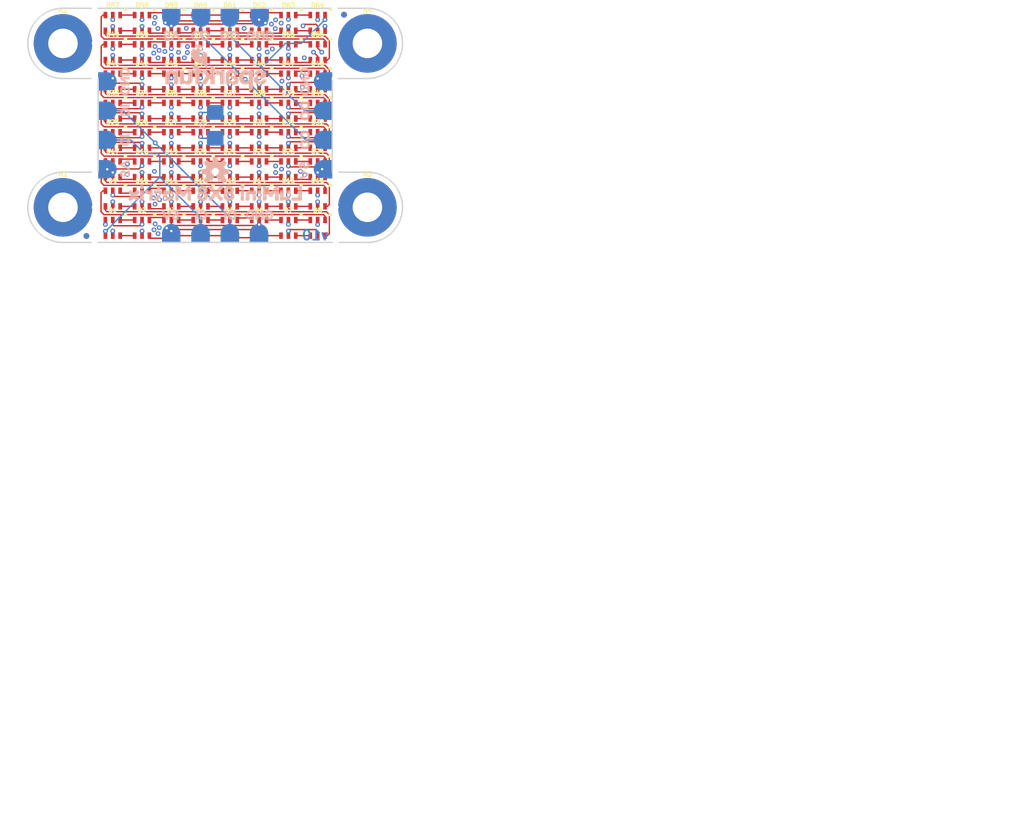
<source format=kicad_pcb>
(kicad_pcb (version 20211014) (generator pcbnew)
  (layers (0 "F.Cu" signal) (1 "In1.Cu" signal) (2 "In2.Cu" signal) (31 "B.Cu" signal) (34 "B.Paste" user) (35 "F.Paste" user) (36 "B.SilkS" user "B.Silkscreen") (37 "F.SilkS" user "F.Silkscreen") (38 "B.Mask" user) (39 "F.Mask" user) (44 "Edge.Cuts" user))
  (net 0 "")
  (net 1 "GND")
  (net 2 "5V")
  (net 3 "N$1")
  (net 4 "N$2")
  (net 5 "N$5")
  (net 6 "N$6")
  (net 7 "N$7")
  (net 8 "N$8")
  (net 9 "N$9")
  (net 10 "N$10")
  (net 11 "N$11")
  (net 12 "N$12")
  (net 13 "N$13")
  (net 14 "N$14")
  (net 15 "N$15")
  (net 16 "N$16")
  (net 17 "N$17")
  (net 18 "N$18")
  (net 19 "DT7")
  (net 20 "CT7")
  (net 21 "N$21")
  (net 22 "N$22")
  (net 23 "N$23")
  (net 24 "N$24")
  (net 25 "N$25")
  (net 26 "N$26")
  (net 27 "N$27")
  (net 28 "N$28")
  (net 29 "N$29")
  (net 30 "N$30")
  (net 31 "N$31")
  (net 32 "N$32")
  (net 33 "N$33")
  (net 34 "N$34")
  (net 35 "N$35")
  (net 36 "N$36")
  (net 37 "N$37")
  (net 38 "N$38")
  (net 39 "N$39")
  (net 40 "N$40")
  (net 41 "N$41")
  (net 42 "N$42")
  (net 43 "N$43")
  (net 44 "N$44")
  (net 45 "N$45")
  (net 46 "N$46")
  (net 47 "N$47")
  (net 48 "N$48")
  (net 49 "N$49")
  (net 50 "N$50")
  (net 51 "N$51")
  (net 52 "N$52")
  (net 53 "N$53")
  (net 54 "N$54")
  (net 55 "N$55")
  (net 56 "N$56")
  (net 57 "N$57")
  (net 58 "N$58")
  (net 59 "N$59")
  (net 60 "N$60")
  (net 61 "N$61")
  (net 62 "N$62")
  (net 63 "N$63")
  (net 64 "N$64")
  (net 65 "N$65")
  (net 66 "N$66")
  (net 67 "N$67")
  (net 68 "N$68")
  (net 69 "N$69")
  (net 70 "N$70")
  (net 71 "N$71")
  (net 72 "N$72")
  (net 73 "N$73")
  (net 74 "N$74")
  (net 75 "N$75")
  (net 76 "N$76")
  (net 77 "N$77")
  (net 78 "N$78")
  (net 79 "N$79")
  (net 80 "N$80")
  (net 81 "N$81")
  (net 82 "N$82")
  (net 83 "N$83")
  (net 84 "N$84")
  (net 85 "N$85")
  (net 86 "N$86")
  (net 87 "N$87")
  (net 88 "N$88")
  (net 89 "N$89")
  (net 90 "N$90")
  (net 91 "N$91")
  (net 92 "N$92")
  (net 93 "N$93")
  (net 94 "N$94")
  (net 95 "N$95")
  (net 96 "N$96")
  (net 97 "N$97")
  (net 98 "N$98")
  (net 99 "N$99")
  (net 100 "N$100")
  (net 101 "N$101")
  (net 102 "N$102")
  (net 103 "N$103")
  (net 104 "N$104")
  (net 105 "N$105")
  (net 106 "N$106")
  (net 107 "N$107")
  (net 108 "N$108")
  (net 109 "N$109")
  (net 110 "N$110")
  (net 111 "N$111")
  (net 112 "N$112")
  (net 113 "N$113")
  (net 114 "N$114")
  (net 115 "N$115")
  (net 116 "N$116")
  (net 117 "CI")
  (net 118 "DI")
  (net 119 "CO")
  (net 120 "DO")
  (net 121 "CT1")
  (net 122 "DT1")
  (net 123 "CT2")
  (net 124 "DT2")
  (net 125 "CT3")
  (net 126 "DT3")
  (net 127 "CT4")
  (net 128 "DT4")
  (net 129 "CT5")
  (net 130 "DT5")
  (net 131 "CT6")
  (net 132 "DT6")
  (footprint "boardEagle:APA102-2020" (layer "F.Cu") (at 143.7386 100.2411)
    (fp_text reference "D43")
    (fp_text value "APA102-2020")
  )
  (footprint "boardEagle:APA102-2020" (layer "F.Cu") (at 159.6136 112.9411)
    (fp_text reference "D16")
    (fp_text value "APA102-2020")
  )
  (footprint "" (layer "F.Cu") (at 161.5821 116.4336)
    (fp_text reference "@HOLE26" hide)
    (fp_text value "")
  )
  (footprint "" (layer "F.Cu") (at 135.4201 92.3036)
    (fp_text reference "@HOLE3" hide)
    (fp_text value "")
  )
  (footprint "boardEagle:STANDOFF-ELECTRICAL-NOTHERMALS" (layer "F.Cu") (at 165.0111 113.8936)
    (fp_text reference "H3")
    (fp_text value "STANDOFF_ELECTRICAL-NOTHERMALS")
  )
  (footprint "boardEagle:APA102-2020" (layer "F.Cu") (at 159.6136 109.7661)
    (fp_text reference "D24")
    (fp_text value "APA102-2020")
  )
  (footprint "boardEagle:APA102-2020" (layer "F.Cu") (at 140.5636 109.7661)
    (fp_text reference "D18")
    (fp_text value "APA102-2020")
  )
  (footprint "boardEagle:APA102-2020" (layer "F.Cu") (at 150.0886 97.0661)
    (fp_text reference "D53")
    (fp_text value "APA102-2020")
  )
  (footprint "" (layer "F.Cu") (at 161.4551 99.9236)
    (fp_text reference "@HOLE20" hide)
    (fp_text value "")
  )
  (footprint "boardEagle:FIDUCIAL-MICRO" (layer "F.Cu") (at 162.4711 93.0021)
    (fp_text reference "FD3" hide)
    (fp_text value "FIDUCIALUFIDUCIAL" hide)
  )
  (footprint "" (layer "F.Cu") (at 161.4551 97.3836)
    (fp_text reference "@HOLE18" hide)
    (fp_text value "")
  )
  (footprint "boardEagle:FIDUCIAL-MICRO" (layer "F.Cu") (at 134.5311 117.0051)
    (fp_text reference "FD1" hide)
    (fp_text value "FIDUCIALUFIDUCIAL" hide)
  )
  (footprint "boardEagle:APA102-2020" (layer "F.Cu") (at 153.2636 100.2411)
    (fp_text reference "D46")
    (fp_text value "APA102-2020")
  )
  (footprint "boardEagle:APA102-2020" (layer "F.Cu") (at 143.7386 112.9411)
    (fp_text reference "D11")
    (fp_text value "APA102-2020")
  )
  (footprint "boardEagle:APA102-2020" (layer "F.Cu") (at 146.9136 112.9411)
    (fp_text reference "D12")
    (fp_text value "APA102-2020")
  )
  (footprint "boardEagle:APA102-2020" (layer "F.Cu") (at 140.5636 116.1161)
    (fp_text reference "D2")
    (fp_text value "APA102-2020")
  )
  (footprint "" (layer "F.Cu") (at 161.5821 110.0836)
    (fp_text reference "@HOLE24" hide)
    (fp_text value "")
  )
  (footprint "boardEagle:APA102-2020" (layer "F.Cu") (at 146.9136 109.7661)
    (fp_text reference "D20")
    (fp_text value "APA102-2020")
  )
  (footprint "" (layer "F.Cu") (at 135.4201 93.5736)
    (fp_text reference "@HOLE2" hide)
    (fp_text value "")
  )
  (footprint "boardEagle:APA102-2020" (layer "F.Cu") (at 153.2636 112.9411)
    (fp_text reference "D14")
    (fp_text value "APA102-2020")
  )
  (footprint "" (layer "F.Cu") (at 135.4201 94.8436)
    (fp_text reference "@HOLE1" hide)
    (fp_text value "")
  )
  (footprint "boardEagle:APA102-2020" (layer "F.Cu") (at 150.0886 103.4161)
    (fp_text reference "D37")
    (fp_text value "APA102-2020")
  )
  (footprint "boardEagle:APA102-2020" (layer "F.Cu") (at 146.9136 116.1161)
    (fp_text reference "D4")
    (fp_text value "APA102-2020")
  )
  (footprint "boardEagle:APA102-2020" (layer "F.Cu") (at 137.3886 103.4161)
    (fp_text reference "D33")
    (fp_text value "APA102-2020")
  )
  (footprint "boardEagle:APA102-2020" (layer "F.Cu") (at 143.7386 106.5911)
    (fp_text reference "D27")
    (fp_text value "APA102-2020")
  )
  (footprint "boardEagle:APA102-2020" (layer "F.Cu") (at 156.4386 93.8911)
    (fp_text reference "D63")
    (fp_text value "APA102-2020")
  )
  (footprint "" (layer "F.Cu") (at 161.4551 92.3036)
    (fp_text reference "@HOLE17" hide)
    (fp_text value "")
  )
  (footprint "boardEagle:APA102-2020" (layer "F.Cu") (at 159.6136 106.5911)
    (fp_text reference "D32")
    (fp_text value "APA102-2020")
  )
  (footprint "boardEagle:APA102-2020" (layer "F.Cu") (at 159.6136 97.0661)
    (fp_text reference "D56")
    (fp_text value "APA102-2020")
  )
  (footprint "boardEagle:APA102-2020" (layer "F.Cu") (at 140.5636 106.5911)
    (fp_text reference "D26")
    (fp_text value "APA102-2020")
  )
  (footprint "boardEagle:APA102-2020" (layer "F.Cu") (at 156.4386 112.9411)
    (fp_text reference "D15")
    (fp_text value "APA102-2020")
  )
  (footprint "boardEagle:APA102-2020" (layer "F.Cu") (at 159.6136 93.8911)
    (fp_text reference "D64")
    (fp_text value "APA102-2020")
  )
  (footprint "boardEagle:APA102-2020" (layer "F.Cu") (at 156.4386 106.5911)
    (fp_text reference "D31")
    (fp_text value "APA102-2020")
  )
  (footprint "boardEagle:APA102-2020" (layer "F.Cu") (at 153.2636 103.4161)
    (fp_text reference "D38")
    (fp_text value "APA102-2020")
  )
  (footprint "boardEagle:APA102-2020" (layer "F.Cu") (at 150.0886 109.7661)
    (fp_text reference "D21")
    (fp_text value "APA102-2020")
  )
  (footprint "" (layer "F.Cu") (at 161.5821 117.7036)
    (fp_text reference "@HOLE27" hide)
    (fp_text value "")
  )
  (footprint "" (layer "F.Cu") (at 135.4201 112.6236)
    (fp_text reference "@HOLE8" hide)
    (fp_text value "")
  )
  (footprint "" (layer "F.Cu") (at 135.4201 117.7036)
    (fp_text reference "@HOLE13" hide)
    (fp_text value "")
  )
  (footprint "boardEagle:APA102-2020" (layer "F.Cu") (at 159.6136 116.1161)
    (fp_text reference "D8")
    (fp_text value "APA102-2020")
  )
  (footprint "" (layer "F.Cu") (at 135.4201 98.6536)
    (fp_text reference "@HOLE5" hide)
    (fp_text value "")
  )
  (footprint "boardEagle:APA102-2020" (layer "F.Cu") (at 137.3886 109.7661)
    (fp_text reference "D17")
    (fp_text value "APA102-2020")
  )
  (footprint "boardEagle:APA102-2020" (layer "F.Cu") (at 137.3886 93.8911)
    (fp_text reference "D57")
    (fp_text value "APA102-2020")
  )
  (footprint "boardEagle:APA102-2020" (layer "F.Cu") (at 137.3886 100.2411)
    (fp_text reference "D41")
    (fp_text value "APA102-2020")
  )
  (footprint "boardEagle:APA102-2020" (layer "F.Cu") (at 150.0886 100.2411)
    (fp_text reference "D45")
    (fp_text value "APA102-2020")
  )
  (footprint "" (layer "F.Cu") (at 135.4201 96.1136)
    (fp_text reference "@HOLE0" hide)
    (fp_text value "")
  )
  (footprint "" (layer "F.Cu") (at 135.4201 115.1636)
    (fp_text reference "@HOLE11" hide)
    (fp_text value "")
  )
  (footprint "boardEagle:APA102-2020" (layer "F.Cu") (at 146.9136 100.2411)
    (fp_text reference "D44")
    (fp_text value "APA102-2020")
  )
  (footprint "boardEagle:APA102-2020" (layer "F.Cu") (at 146.9136 97.0661)
    (fp_text reference "D52")
    (fp_text value "APA102-2020")
  )
  (footprint "boardEagle:STANDOFF-ELECTRICAL-NOTHERMALS" (layer "F.Cu") (at 131.9911 96.1136)
    (fp_text reference "H2")
    (fp_text value "STANDOFF_ELECTRICAL-NOTHERMALS")
  )
  (footprint "boardEagle:ORDERING_INSTRUCTIONS" (layer "F.Cu") (at 134.5311 129.1336)
    (fp_text reference "U$10" hide)
    (fp_text value "" hide)
  )
  (footprint "boardEagle:APA102-2020" (layer "F.Cu") (at 146.9136 106.5911)
    (fp_text reference "D28")
    (fp_text value "APA102-2020")
  )
  (footprint "boardEagle:APA102-2020" (layer "F.Cu") (at 137.3886 97.0661)
    (fp_text reference "D49")
    (fp_text value "APA102-2020")
  )
  (footprint "boardEagle:APA102-2020" (layer "F.Cu") (at 156.4386 97.0661)
    (fp_text reference "D55")
    (fp_text value "APA102-2020")
  )
  (footprint "boardEagle:APA102-2020" (layer "F.Cu") (at 140.5636 112.9411)
    (fp_text reference "D10")
    (fp_text value "APA102-2020")
  )
  (footprint "boardEagle:APA102-2020" (layer "F.Cu") (at 156.4386 100.2411)
    (fp_text reference "D47")
    (fp_text value "APA102-2020")
  )
  (footprint "boardEagle:APA102-2020" (layer "F.Cu") (at 137.3886 112.9411)
    (fp_text reference "D9")
    (fp_text value "APA102-2020")
  )
  (footprint "" (layer "F.Cu") (at 161.4551 96.1136)
    (fp_text reference "@HOLE14" hide)
    (fp_text value "")
  )
  (footprint "boardEagle:APA102-2020" (layer "F.Cu") (at 153.2636 93.8911)
    (fp_text reference "D62")
    (fp_text value "APA102-2020")
  )
  (footprint "boardEagle:APA102-2020" (layer "F.Cu") (at 150.0886 106.5911)
    (fp_text reference "D29")
    (fp_text value "APA102-2020")
  )
  (footprint "boardEagle:APA102-2020" (layer "F.Cu") (at 153.2636 97.0661)
    (fp_text reference "D54")
    (fp_text value "APA102-2020")
  )
  (footprint "boardEagle:APA102-2020" (layer "F.Cu") (at 150.0886 116.1161)
    (fp_text reference "D5")
    (fp_text value "APA102-2020")
  )
  (footprint "" (layer "F.Cu") (at 161.4551 93.5736)
    (fp_text reference "@HOLE16" hide)
    (fp_text value "")
  )
  (footprint "" (layer "F.Cu") (at 135.4201 110.0836)
    (fp_text reference "@HOLE10" hide)
    (fp_text value "")
  )
  (footprint "" (layer "F.Cu") (at 135.4201 97.3836)
    (fp_text reference "@HOLE4" hide)
    (fp_text value "")
  )
  (footprint "" (layer "F.Cu") (at 161.4551 94.8436)
    (fp_text reference "@HOLE15" hide)
    (fp_text value "")
  )
  (footprint "boardEagle:STANDOFF-ELECTRICAL-NOTHERMALS" (layer "F.Cu") (at 165.0111 96.1136)
    (fp_text reference "H4")
    (fp_text value "STANDOFF_ELECTRICAL-NOTHERMALS")
  )
  (footprint "" (layer "F.Cu") (at 135.4201 113.8936)
    (fp_text reference "@HOLE7" hide)
    (fp_text value "")
  )
  (footprint "boardEagle:APA102-2020" (layer "F.Cu") (at 143.7386 109.7661)
    (fp_text reference "D19")
    (fp_text value "APA102-2020")
  )
  (footprint "boardEagle:CREATIVE_COMMONS" (layer "F.Cu") (at 148.5011 126.5936)
    (fp_text reference "FRAME1" hide)
    (fp_text value "FRAME-LEDGER" hide)
  )
  (footprint "boardEagle:APA102-2020" (layer "F.Cu") (at 156.4386 103.4161)
    (fp_text reference "D39")
    (fp_text value "APA102-2020")
  )
  (footprint "boardEagle:APA102-2020" (layer "F.Cu") (at 153.2636 116.1161)
    (fp_text reference "D6")
    (fp_text value "APA102-2020")
  )
  (footprint "boardEagle:APA102-2020" (layer "F.Cu") (at 146.9136 93.8911)
    (fp_text reference "D60")
    (fp_text value "APA102-2020")
  )
  (footprint "" (layer "F.Cu") (at 161.5821 112.6236)
    (fp_text reference "@HOLE22" hide)
    (fp_text value "")
  )
  (footprint "boardEagle:APA102-2020" (layer "F.Cu") (at 159.6136 100.2411)
    (fp_text reference "D48")
    (fp_text value "APA102-2020")
  )
  (footprint "boardEagle:APA102-2020" (layer "F.Cu") (at 150.0886 93.8911)
    (fp_text reference "D61")
    (fp_text value "APA102-2020")
  )
  (footprint "boardEagle:APA102-2020" (layer "F.Cu") (at 146.9136 103.4161)
    (fp_text reference "D36")
    (fp_text value "APA102-2020")
  )
  (footprint "" (layer "F.Cu") (at 135.4201 99.9236)
    (fp_text reference "@HOLE6" hide)
    (fp_text value "")
  )
  (footprint "boardEagle:STANDOFF-ELECTRICAL-NOTHERMALS" (layer "F.Cu") (at 131.9911 113.8936)
    (fp_text reference "H1")
    (fp_text value "STANDOFF_ELECTRICAL-NOTHERMALS")
  )
  (footprint "" (layer "F.Cu") (at 135.4201 111.3536)
    (fp_text reference "@HOLE9" hide)
    (fp_text value "")
  )
  (footprint "" (layer "F.Cu") (at 161.5821 113.8936)
    (fp_text reference "@HOLE21" hide)
    (fp_text value "")
  )
  (footprint "boardEagle:APA102-2020" (layer "F.Cu") (at 156.4386 109.7661)
    (fp_text reference "D23")
    (fp_text value "APA102-2020")
  )
  (footprint "boardEagle:APA102-2020" (layer "F.Cu") (at 143.7386 97.0661)
    (fp_text reference "D51")
    (fp_text value "APA102-2020")
  )
  (footprint "boardEagle:APA102-2020" (layer "F.Cu") (at 153.2636 106.5911)
    (fp_text reference "D30")
    (fp_text value "APA102-2020")
  )
  (footprint "boardEagle:APA102-2020" (layer "F.Cu") (at 153.2636 109.7661)
    (fp_text reference "D22")
    (fp_text value "APA102-2020")
  )
  (footprint "" (layer "F.Cu") (at 161.4551 98.6536)
    (fp_text reference "@HOLE19" hide)
    (fp_text value "")
  )
  (footprint "boardEagle:APA102-2020" (layer "F.Cu") (at 140.5636 100.2411)
    (fp_text reference "D42")
    (fp_text value "APA102-2020")
  )
  (footprint "boardEagle:APA102-2020" (layer "F.Cu") (at 150.0886 112.9411)
    (fp_text reference "D13")
    (fp_text value "APA102-2020")
  )
  (footprint "boardEagle:APA102-2020" (layer "F.Cu") (at 137.3886 116.1161)
    (fp_text reference "D1")
    (fp_text value "APA102-2020")
  )
  (footprint "boardEagle:APA102-2020" (layer "F.Cu") (at 137.3886 106.5911)
    (fp_text reference "D25")
    (fp_text value "APA102-2020")
  )
  (footprint "" (layer "F.Cu") (at 161.5821 111.3536)
    (fp_text reference "@HOLE23" hide)
    (fp_text value "")
  )
  (footprint "boardEagle:APA102-2020" (layer "F.Cu") (at 143.7386 103.4161)
    (fp_text reference "D35")
    (fp_text value "APA102-2020")
  )
  (footprint "boardEagle:APA102-2020" (layer "F.Cu") (at 159.6136 103.4161)
    (fp_text reference "D40")
    (fp_text value "APA102-2020")
  )
  (footprint "boardEagle:APA102-2020" (layer "F.Cu") (at 143.7386 93.8911)
    (fp_text reference "D59")
    (fp_text value "APA102-2020")
  )
  (footprint "boardEagle:APA102-2020" (layer "F.Cu") (at 140.5636 103.4161)
    (fp_text reference "D34")
    (fp_text value "APA102-2020")
  )
  (footprint "boardEagle:APA102-2020" (layer "F.Cu") (at 156.4386 116.1161)
    (fp_text reference "D7")
    (fp_text value "APA102-2020")
  )
  (footprint "boardEagle:APA102-2020" (layer "F.Cu") (at 140.5636 93.8911)
    (fp_text reference "D58")
    (fp_text value "APA102-2020")
  )
  (footprint "" (layer "F.Cu") (at 135.4201 116.4336)
    (fp_text reference "@HOLE12" hide)
    (fp_text value "")
  )
  (footprint "" (layer "F.Cu") (at 161.5821 115.1636)
    (fp_text reference "@HOLE25" hide)
    (fp_text value "")
  )
  (footprint "boardEagle:APA102-2020" (layer "F.Cu") (at 143.7386 116.1161)
    (fp_text reference "D3")
    (fp_text value "APA102-2020")
  )
  (footprint "boardEagle:APA102-2020" (layer "F.Cu") (at 140.5636 97.0661)
    (fp_text reference "D50")
    (fp_text value "APA102-2020")
  )
  (footprint "boardEagle:CIRCULARPAD" (layer "B.Cu") (at 153.3271 93.3196)
    (fp_text reference "J6" hide)
    (fp_text value "LED_PAD" hide)
  )
  (footprint "boardEagle:DO4" (layer "B.Cu") (at 158.2166 101.4603 -90)
    (fp_text reference "U$16" hide)
    (fp_text value "" hide)
  )
  (footprint "boardEagle:DO4" (layer "B.Cu") (at 148.1328 95.2881)
    (fp_text reference "U$6" hide)
    (fp_text value "" hide)
  )
  (footprint "boardEagle:CIRCULARPAD" (layer "B.Cu") (at 160.1851 100.2411 -90)
    (fp_text reference "J4" hide)
    (fp_text value "LED_PAD" hide)
  )
  (footprint "boardEagle:FIDUCIAL-MICRO" (layer "B.Cu") (at 162.4711 93.0021 180)
    (fp_text reference "FD4" hide)
    (fp_text value "FIDUCIALUFIDUCIAL" hide)
  )
  (footprint "boardEagle:CIRCULARPAD" (layer "B.Cu") (at 160.1851 109.7661 -90)
    (fp_text reference "J2" hide)
    (fp_text value "LED_PAD" hide)
  )
  (footprint "boardEagle:CI1" (layer "B.Cu") (at 148.6027 114.7191 180)
    (fp_text reference "U$3" hide)
    (fp_text value "" hide)
  )
  (footprint "boardEagle:5V5" (layer "B.Cu") (at 141.9733 95.2881)
    (fp_text reference "U$2" hide)
    (fp_text value "" hide)
  )
  (footprint "boardEagle:CIRCULARPAD" (layer "B.Cu") (at 160.1851 103.4161 -90)
    (fp_text reference "J15" hide)
    (fp_text value "LED_PAD" hide)
  )
  (footprint "boardEagle:CIRCULARPAD" (layer "B.Cu") (at 136.8171 103.4161 90)
    (fp_text reference "J11" hide)
    (fp_text value "LED_PAD" hide)
  )
  (footprint "boardEagle:5V5" (layer "B.Cu") (at 138.7221 111.5187 90)
    (fp_text reference "U$11" hide)
    (fp_text value "" hide)
  )
  (footprint "boardEagle:FIDUCIAL-MICRO" (layer "B.Cu") (at 134.5311 117.0051 180)
    (fp_text reference "FD2" hide)
    (fp_text value "FIDUCIALUFIDUCIAL" hide)
  )
  (footprint "boardEagle:CI1" (layer "B.Cu") (at 138.7221 108.2167 90)
    (fp_text reference "U$12" hide)
    (fp_text value "" hide)
  )
  (footprint "boardEagle:CIRCULARPAD" (layer "B.Cu") (at 160.1851 106.5911 -90)
    (fp_text reference "J13" hide)
    (fp_text value "LED_PAD" hide)
  )
  (footprint "boardEagle:CIRCULARPAD" (layer "B.Cu") (at 143.7386 93.3196)
    (fp_text reference "J8" hide)
    (fp_text value "LED_PAD" hide)
  )
  (footprint "boardEagle:SFE_LOGO_NAME_FLAME_.1" (layer "B.Cu") (at 148.5011 99.9236 180)
    (fp_text reference "LOGO1" hide)
    (fp_text value "SFE_LOGO_NAME_FLAME.1_INCH" hide)
  )
  (footprint "boardEagle:CIRCULARPAD" (layer "B.Cu") (at 136.8171 100.2411 90)
    (fp_text reference "J3" hide)
    (fp_text value "LED_PAD" hide)
  )
  (footprint "boardEagle:CIRCULARPAD" (layer "B.Cu") (at 150.0886 93.3196)
    (fp_text reference "J16" hide)
    (fp_text value "LED_PAD" hide)
  )
  (footprint "boardEagle:CIRCULARPAD" (layer "B.Cu") (at 150.0886 116.6876 180)
    (fp_text reference "J12" hide)
    (fp_text value "LED_PAD" hide)
  )
  (footprint "boardEagle:GND6" (layer "B.Cu") (at 155.7401 114.7191 180)
    (fp_text reference "U$8" hide)
    (fp_text value "" hide)
  )
  (footprint "boardEagle:CIRCULARPAD" (layer "B.Cu") (at 146.9136 116.6876 180)
    (fp_text reference "J10" hide)
    (fp_text value "LED_PAD" hide)
  )
  (footprint "boardEagle:CIRCULARPAD" (layer "B.Cu") (at 136.8171 106.5911 90)
    (fp_text reference "J9" hide)
    (fp_text value "LED_PAD" hide)
  )
  (footprint "boardEagle:CO3" (layer "B.Cu") (at 144.9578 95.2881)
    (fp_text reference "U$4" hide)
    (fp_text value "" hide)
  )
  (footprint "boardEagle:OSHW-LOGO-S" (layer "B.Cu") (at 148.5011 110.0201 180)
    (fp_text reference "LOGO2" hide)
    (fp_text value "OSHW-LOGOS" hide)
  )
  (footprint "boardEagle:1206" (layer "B.Cu") (at 148.5011 105.0036 -90)
    (fp_text reference "C1")
    (fp_text value "DNP")
  )
  (footprint "boardEagle:5V5" (layer "B.Cu") (at 158.1531 108.0643 -90)
    (fp_text reference "U$18" hide)
    (fp_text value "" hide)
  )
  (footprint "boardEagle:CIRCULARPAD" (layer "B.Cu") (at 136.8171 109.7661 90)
    (fp_text reference "J1" hide)
    (fp_text value "LED_PAD" hide)
  )
  (footprint "boardEagle:5V5" (layer "B.Cu") (at 145.4912 114.7191 180)
    (fp_text reference "U$1" hide)
    (fp_text value "" hide)
  )
  (footprint "boardEagle:DI2" (layer "B.Cu") (at 151.7142 114.7191 180)
    (fp_text reference "U$5" hide)
    (fp_text value "" hide)
  )
  (footprint "boardEagle:CIRCULARPAD" (layer "B.Cu") (at 146.9771 93.3196)
    (fp_text reference "J14" hide)
    (fp_text value "LED_PAD" hide)
  )
  (footprint "boardEagle:CIRCULARPAD" (layer "B.Cu") (at 143.7259 116.6876 180)
    (fp_text reference "J5" hide)
    (fp_text value "LED_PAD" hide)
  )
  (footprint "boardEagle:LUMINI_8X8_MATRIX0" (layer "B.Cu") (at 159.3596 112.3696 180)
    (fp_text reference "U$9" hide)
    (fp_text value "" hide)
  )
  (footprint "boardEagle:GND6" (layer "B.Cu") (at 150.9522 95.2881)
    (fp_text reference "U$7" hide)
    (fp_text value "" hide)
  )
  (footprint "boardEagle:DI2" (layer "B.Cu") (at 138.7221 104.9782 90)
    (fp_text reference "U$13" hide)
    (fp_text value "" hide)
  )
  (footprint "boardEagle:GND6" (layer "B.Cu") (at 158.2166 97.8027 -90)
    (fp_text reference "U$15" hide)
    (fp_text value "" hide)
  )
  (footprint "boardEagle:GND6" (layer "B.Cu") (at 138.7221 102.6541 90)
    (fp_text reference "U$14" hide)
    (fp_text value "" hide)
  )
  (footprint "boardEagle:CO3" (layer "B.Cu") (at 158.2166 104.6353 -90)
    (fp_text reference "U$17" hide)
    (fp_text value "" hide)
  )
  (footprint "boardEagle:CIRCULARPAD" (layer "B.Cu") (at 153.2509 116.6876 180)
    (fp_text reference "J7" hide)
    (fp_text value "LED_PAD" hide)
  )
  (gr_line (start 161.2011 99.9236) (end 161.2011 110.0836) (layer "Edge.Cuts") (width 0.1524))
  (gr_arc (start 168.8211 113.8936) (mid 167.705177 116.587677) (end 165.0111 117.7036) (layer "Edge.Cuts") (width 0.1524))
  (gr_arc (start 165.0111 92.3036) (mid 167.705177 93.419523) (end 168.8211 96.1136) (layer "Edge.Cuts") (width 0.1524))
  (gr_arc (start 128.1811 113.8936) (mid 129.297023 111.199523) (end 131.9911 110.0836) (layer "Edge.Cuts") (width 0.1524))
  (gr_line (start 135.8011 99.9236) (end 131.9911 99.9236) (layer "Edge.Cuts") (width 0.1524))
  (gr_arc (start 168.8211 96.1136) (mid 167.705177 98.807677) (end 165.0111 99.9236) (layer "Edge.Cuts") (width 0.1524))
  (gr_line (start 161.2011 110.0836) (end 165.0111 110.0836) (layer "Edge.Cuts") (width 0.1524))
  (gr_arc (start 128.1811 96.1136) (mid 129.297023 93.419523) (end 131.9911 92.3036) (layer "Edge.Cuts") (width 0.1524))
  (gr_line (start 131.9911 110.0836) (end 135.8011 110.0836) (layer "Edge.Cuts") (width 0.1524))
  (gr_arc (start 165.0111 110.0836) (mid 167.705177 111.199523) (end 168.8211 113.8936) (layer "Edge.Cuts") (width 0.1524))
  (gr_line (start 165.0111 99.9236) (end 161.2011 99.9236) (layer "Edge.Cuts") (width 0.1524))
  (gr_line (start 135.8011 99.9236) (end 135.8011 110.0836) (layer "Edge.Cuts") (width 0.1524))
  (gr_line (start 131.9911 117.7036) (end 165.0111 117.7036) (layer "Edge.Cuts") (width 0.1524))
  (gr_line (start 165.0111 92.3036) (end 131.9911 92.3036) (layer "Edge.Cuts") (width 0.1524))
  (gr_arc (start 131.9911 99.9236) (mid 129.297023 98.807677) (end 128.1811 96.1136) (layer "Edge.Cuts") (width 0.1524))
  (gr_arc (start 131.9911 117.7036) (mid 129.297023 116.587677) (end 128.1811 113.8936) (layer "Edge.Cuts") (width 0.1524))
  (gr_text "v10" (at 160.91535 117.54485) (layer "B.Cu") (effects (font (size 1.0795 1.0795) (thickness 0.1905)) (justify left bottom mirror)))
  (segment (start 150.0886 93.5736) (end 150.0886 93.0411) (width 0.1524) (layer "F.Cu") (net 1))
  (segment (start 143.7386 93.5736) (end 143.7386 93.0411) (width 0.1524) (layer "F.Cu") (net 1))
  (segment (start 150.0886 99.3911) (end 150.0886 99.8601) (width 0.1524) (layer "F.Cu") (net 1))
  (segment (start 146.9136 115.8621) (end 150.0886 115.8621) (width 0.1524) (layer "F.Cu") (net 1))
  (segment (start 140.5636 115.2661) (end 140.5636 115.7351) (width 0.1524) (layer "F.Cu") (net 1))
  (segment (start 143.83385 93.66885) (end 143.7386 93.5736) (width 0.1524) (layer "F.Cu") (net 1))
  (segment (start 159.6136 96.6216) (end 160.0581 97.0661) (width 0.1524) (layer "F.Cu") (net 1))
  (segment (start 150.0886 102.5661) (end 150.0886 103.0351) (width 0.1524) (layer "F.Cu") (net 1))
  (segment (start 143.7386 112.0911) (end 143.7386 112.5601) (width 0.1524) (layer "F.Cu") (net 1))
  (segment (start 159.6136 108.9161) (end 159.6136 109.35335) (width 0.1524) (layer "F.Cu") (net 1))
  (segment (start 150.0886 93.66885) (end 150.0886 93.5736) (width 0.1524) (layer "F.Cu") (net 1))
  (segment (start 156.4386 102.5661) (end 156.4386 103.0351) (width 0.1524) (layer "F.Cu") (net 1))
  (segment (start 150.0886 108.9161) (end 150.0886 109.3851) (width 0.1524) (layer "F.Cu") (net 1))
  (segment (start 159.45485 103.19385) (end 159.6136 103.0351) (width 0.1524) (layer "F.Cu") (net 1))
  (segment (start 153.2636 108.9161) (end 153.2636 109.3851) (width 0.1524) (layer "F.Cu") (net 1))
  (segment (start 156.4386 115.2661) (end 156.4386 115.7351) (width 0.1524) (layer "F.Cu") (net 1))
  (segment (start 146.9136 93.66885) (end 143.83385 93.66885) (width 0.1524) (layer "F.Cu") (net 1))
  (segment (start 137.3886 102.5661) (end 137.3886 103.0986) (width 0.1524) (layer "F.Cu") (net 1))
  (segment (start 159.45485 109.5121) (end 158.12135 109.5121) (width 0.1524) (layer "F.Cu") (net 1))
  (segment (start 150.0886 115.8621) (end 150.0886 115.2661) (width 0.1524) (layer "F.Cu") (net 1))
  (segment (start 137.5156 115.89385) (end 140.40485 115.89385) (width 0.1524) (layer "F.Cu") (net 1))
  (segment (start 146.9136 115.8621) (end 146.9136 115.2661) (width 0.1524) (layer "F.Cu") (net 1))
  (segment (start 159.6136 106.17835) (end 159.45485 106.3371) (width 0.1524) (layer "F.Cu") (net 1))
  (segment (start 137.3886 96.2161) (end 137.3886 96.6851) (width 0.1524) (layer "F.Cu") (net 1))
  (segment (start 159.6136 96.2161) (end 159.6136 96.6216) (width 0.1524) (layer "F.Cu") (net 1))
  (segment (start 137.3886 115.76685) (end 137.5156 115.89385) (width 0.1524) (layer "F.Cu") (net 1))
  (segment (start 150.0886 112.0911) (end 150.0886 112.5601) (width 0.1524) (layer "F.Cu") (net 1))
  (segment (start 137.5156 106.3371) (end 140.4366 106.3371) (width 0.1524) (layer "F.Cu") (net 1))
  (segment (start 137.3886 112.0911) (end 137.3886 112.5601) (width 0.1524) (layer "F.Cu") (net 1))
  (segment (start 153.2636 93.0411) (end 153.2636 93.54185) (width 0.1524) (layer "F.Cu") (net 1))
  (segment (start 140.5636 102.5661) (end 140.5636 103.0351) (width 0.1524) (layer "F.Cu") (net 1))
  (segment (start 137.54735 112.71885) (end 137.3886 112.5601) (width 0.1524) (layer "F.Cu") (net 1))
  (segment (start 137.3886 93.0411) (end 137.3886 93.54185) (width 0.1524) (layer "F.Cu") (net 1))
  (segment (start 140.40485 112.71885) (end 137.54735 112.71885) (width 0.1524) (layer "F.Cu") (net 1))
  (segment (start 137.3886 109.41685) (end 137.7061 109.73435) (width 0.1524) (layer "F.Cu") (net 1))
  (segment (start 153.16835 115.8621) (end 153.2636 115.76685) (width 0.1524) (layer "F.Cu") (net 1))
  (segment (start 156.5656 106.3371) (end 156.4386 106.2101) (width 0.1524) (layer "F.Cu") (net 1))
  (segment (start 146.9136 102.5661) (end 146.9136 103.0351) (width 0.1524) (layer "F.Cu") (net 1))
  (segment (start 143.7386 115.2661) (end 143.7386 115.7351) (width 0.1524) (layer "F.Cu") (net 1))
  (segment (start 146.9136 96.2161) (end 146.9136 96.6851) (width 0.1524) (layer "F.Cu") (net 1))
  (segment (start 140.5636 112.0911) (end 140.5636 112.5601) (width 0.1524) (layer "F.Cu") (net 1))
  (segment (start 156.4386 96.2161) (end 156.4386 96.65335) (width 0.1524) (layer "F.Cu") (net 1))
  (segment (start 137.3886 106.2101) (end 137.5156 106.3371) (width 0.1524) (layer "F.Cu") (net 1))
  (segment (start 156.4386 103.0351) (end 156.59735 103.19385) (width 0.1524) (layer "F.Cu") (net 1))
  (segment (start 137.3886 103.0986) (end 137.48385 103.19385) (width 0.1524) (layer "F.Cu") (net 1))
  (segment (start 143.7386 115.7351) (end 143.8656 115.8621) (width 0.1524) (layer "F.Cu") (net 1))
  (segment (start 158.12135 109.5121) (end 156.53385 109.5121) (width 0.1524) (layer "F.Cu") (net 1))
  (segment (start 140.40485 115.89385) (end 140.5636 115.7351) (width 0.1524) (layer "F.Cu") (net 1))
  (segment (start 159.6136 99.3911) (end 159.6136 99.9236) (width 0.1524) (layer "F.Cu") (net 1))
  (segment (start 159.6136 112.0911) (end 159.6136 112.5601) (width 0.1524) (layer "F.Cu") (net 1))
  (segment (start 140.4366 106.3371) (end 140.5636 106.2101) (width 0.1524) (layer "F.Cu") (net 1))
  (segment (start 146.9136 93.0411) (end 146.9136 93.66885) (width 0.1524) (layer "F.Cu") (net 1))
  (segment (start 156.4386 108.9161) (end 156.4386 109.41685) (width 0.1524) (layer "F.Cu") (net 1))
  (segment (start 159.6136 103.0351) (end 159.6136 102.5661) (width 0.1524) (layer "F.Cu") (net 1))
  (segment (start 137.3886 115.2661) (end 137.3886 115.76685) (width 0.1524) (layer "F.Cu") (net 1))
  (segment (start 143.7386 108.9161) (end 143.7386 109.3851) (width 0.1524) (layer "F.Cu") (net 1))
  (segment (start 140.5636 108.9161) (end 140.5636 109.3851) (width 0.1524) (layer "F.Cu") (net 1))
  (segment (start 159.6136 105.7411) (end 159.6136 106.17835) (width 0.1524) (layer "F.Cu") (net 1))
  (segment (start 146.9136 112.0911) (end 146.9136 112.5601) (width 0.1524) (layer "F.Cu") (net 1))
  (segment (start 153.2636 93.54185) (end 153.1366 93.66885) (width 0.1524) (layer "F.Cu") (net 1))
  (segment (start 156.4386 112.0911) (end 156.4386 112.5601) (width 0.1524) (layer "F.Cu") (net 1))
  (segment (start 150.0886 93.66885) (end 146.9136 93.66885) (width 0.1524) (layer "F.Cu") (net 1))
  (segment (start 159.45485 106.3371) (end 156.5656 106.3371) (width 0.1524) (layer "F.Cu") (net 1))
  (segment (start 146.9136 105.7411) (end 146.9136 106.225975) (width 0.1524) (layer "F.Cu") (net 1))
  (segment (start 150.0886 96.2161) (end 150.0886 96.6851) (width 0.1524) (layer "F.Cu") (net 1))
  (segment (start 153.2636 112.0911) (end 153.2636 112.5601) (width 0.1524) (layer "F.Cu") (net 1))
  (segment (start 156.4386 105.7411) (end 156.4386 106.2101) (width 0.1524) (layer "F.Cu") (net 1))
  (segment (start 153.2636 105.7411) (end 153.2636 106.2101) (width 0.1524) (layer "F.Cu") (net 1))
  (segment (start 153.1366 93.66885) (end 150.0886 93.66885) (width 0.1524) (layer "F.Cu") (net 1))
  (segment (start 153.2636 96.2161) (end 153.2636 96.6851) (width 0.1524) (layer "F.Cu") (net 1))
  (segment (start 143.8656 115.8621) (end 146.9136 115.8621) (width 0.1524) (layer "F.Cu") (net 1))
  (segment (start 159.6136 109.35335) (end 159.45485 109.5121) (width 0.1524) (layer "F.Cu") (net 1))
  (segment (start 146.9136 108.9161) (end 146.9136 109.3851) (width 0.1524) (layer "F.Cu") (net 1))
  (segment (start 137.3886 108.9161) (end 137.3886 109.41685) (width 0.1524) (layer "F.Cu") (net 1))
  (segment (start 137.3886 105.7411) (end 137.3886 106.2101) (width 0.1524) (layer "F.Cu") (net 1))
  (segment (start 156.4386 93.0411) (end 156.4386 93.5101) (width 0.1524) (layer "F.Cu") (net 1))
  (segment (start 140.5636 105.7411) (end 140.5636 106.2101) (width 0.1524) (layer "F.Cu") (net 1))
  (segment (start 156.59735 103.19385) (end 159.45485 103.19385) (width 0.1524) (layer "F.Cu") (net 1))
  (segment (start 140.21435 109.73435) (end 140.5636 109.3851) (width 0.1524) (layer "F.Cu") (net 1))
  (segment (start 137.48385 103.19385) (end 140.40485 103.19385) (width 0.1524) (layer "F.Cu") (net 1))
  (segment (start 159.6136 115.2661) (end 159.6136 115.76685) (width 0.1524) (layer "F.Cu") (net 1))
  (segment (start 140.5636 93.0411) (end 140.5636 93.54185) (width 0.1524) (layer "F.Cu") (net 1))
  (segment (start 140.5636 112.5601) (end 140.40485 112.71885) (width 0.1524) (layer "F.Cu") (net 1))
  (segment (start 140.40485 103.19385) (end 140.5636 103.0351) (width 0.1524) (layer "F.Cu") (net 1))
  (segment (start 156.4386 99.3911) (end 156.4386 99.8601) (width 0.1524) (layer "F.Cu") (net 1))
  (segment (start 143.7386 102.5661) (end 143.7386 103.0351) (width 0.1524) (layer "F.Cu") (net 1))
  (segment (start 159.6136 93.0411) (end 159.6136 93.5355) (width 0.1524) (layer "F.Cu") (net 1))
  (segment (start 153.2636 99.3911) (end 153.2636 99.8601) (width 0.1524) (layer "F.Cu") (net 1))
  (segment (start 150.0886 105.7411) (end 150.0886 106.2101) (width 0.1524) (layer "F.Cu") (net 1))
  (segment (start 140.5636 99.3911) (end 140.5636 99.8601) (width 0.1524) (layer "F.Cu") (net 1))
  (segment (start 143.7386 105.7411) (end 143.7386 106.2101) (width 0.1524) (layer "F.Cu") (net 1))
  (segment (start 137.7061 109.73435) (end 140.21435 109.73435) (width 0.1524) (layer "F.Cu") (net 1))
  (segment (start 153.2636 115.2661) (end 153.2636 115.76685) (width 0.1524) (layer "F.Cu") (net 1))
  (segment (start 146.9136 99.3911) (end 146.9136 99.8601) (width 0.1524) (layer "F.Cu") (net 1))
  (segment (start 137.3886 99.3911) (end 137.3886 99.89185) (width 0.1524) (layer "F.Cu") (net 1))
  (segment (start 156.53385 109.5121) (end 156.4386 109.41685) (width 0.1524) (layer "F.Cu") (net 1))
  (segment (start 143.7386 99.3911) (end 143.7386 99.8601) (width 0.1524) (layer "F.Cu") (net 1))
  (segment (start 150.0886 115.8621) (end 153.16835 115.8621) (width 0.1524) (layer "F.Cu") (net 1))
  (segment (start 140.5636 96.2161) (end 140.5636 96.6851) (width 0.1524) (layer "F.Cu") (net 1))
  (segment (start 143.7386 96.2161) (end 143.7386 96.6851) (width 0.1524) (layer "F.Cu") (net 1))
  (segment (start 153.2636 102.5661) (end 153.2636 103.0351) (width 0.1524) (layer "F.Cu") (net 1))
  (via (at 156.4386 96.65335) (size 0.508) (drill 0.254) (layers "F.Cu" "B.Cu") (net 1))
  (via (at 140.5636 99.8601) (size 0.508) (drill 0.254) (layers "F.Cu" "B.Cu") (net 1))
  (via (at 154.1399 97.0534) (size 0.508) (drill 0.254) (layers "F.Cu" "B.Cu") (net 1))
  (via (at 157.9499 100.8634) (size 0.508) (drill 0.254) (layers "F.Cu" "B.Cu") (net 1))
  (via (at 150.0886 96.6851) (size 0.508) (drill 0.254) (layers "F.Cu" "B.Cu") (net 1))
  (via (at 137.3886 93.54185) (size 0.508) (drill 0.254) (layers "F.Cu" "B.Cu") (net 1))
  (via (at 146.9136 96.6851) (size 0.508) (drill 0.254) (layers "F.Cu" "B.Cu") (net 1))
  (via (at 150.0886 103.0351) (size 0.508) (drill 0.254) (layers "F.Cu" "B.Cu") (net 1))
  (via (at 150.0886 106.2101) (size 0.508) (drill 0.254) (layers "F.Cu" "B.Cu") (net 1))
  (via (at 140.5636 93.54185) (size 0.508) (drill 0.254) (layers "F.Cu" "B.Cu") (net 1))
  (via (at 140.5636 109.3851) (size 0.508) (drill 0.254) (layers "F.Cu" "B.Cu") (net 1))
  (via (at 143.7386 96.6851) (size 0.508) (drill 0.254) (layers "F.Cu" "B.Cu") (net 1))
  (via (at 143.7386 103.0351) (size 0.508) (drill 0.254) (layers "F.Cu" "B.Cu") (net 1))
  (via (at 155.7401 100.203) (size 0.508) (drill 0.254) (layers "F.Cu" "B.Cu") (net 1))
  (via (at 155.6512 93.9165) (size 0.508) (drill 0.254) (layers "F.Cu" "B.Cu") (net 1))
  (via (at 153.2636 112.5601) (size 0.508) (drill 0.254) (layers "F.Cu" "B.Cu") (net 1))
  (via (at 146.9136 109.3851) (size 0.508) (drill 0.254) (layers "F.Cu" "B.Cu") (net 1))
  (via (at 137.3886 96.6851) (size 0.508) (drill 0.254) (layers "F.Cu" "B.Cu") (net 1))
  (via (at 150.0886 112.5601) (size 0.508) (drill 0.254) (layers "F.Cu" "B.Cu") (net 1))
  (via (at 156.4386 106.2101) (size 0.508) (drill 0.254) (layers "F.Cu" "B.Cu") (net 1))
  (via (at 156.4386 99.8601) (size 0.508) (drill 0.254) (layers "F.Cu" "B.Cu") (net 1))
  (via (at 140.5636 115.7351) (size 0.508) (drill 0.254) (layers "F.Cu" "B.Cu") (net 1))
  (via (at 146.9136 103.0351) (size 0.508) (drill 0.254) (layers "F.Cu" "B.Cu") (net 1))
  (via (at 137.3886 112.5601) (size 0.508) (drill 0.254) (layers "F.Cu" "B.Cu") (net 1))
  (via (at 156.4386 109.41685) (size 0.508) (drill 0.254) (layers "F.Cu" "B.Cu") (net 1))
  (via (at 150.0886 109.3851) (size 0.508) (drill 0.254) (layers "F.Cu" "B.Cu") (net 1))
  (via (at 146.9136 99.8601) (size 0.508) (drill 0.254) (layers "F.Cu" "B.Cu") (net 1))
  (via (at 153.2636 109.3851) (size 0.508) (drill 0.254) (layers "F.Cu" "B.Cu") (net 1))
  (via (at 156.4386 115.7351) (size 0.508) (drill 0.254) (layers "F.Cu" "B.Cu") (net 1))
  (via (at 159.6136 115.76685) (size 0.508) (drill 0.254) (layers "F.Cu" "B.Cu") (net 1))
  (via (at 156.4386 112.5601) (size 0.508) (drill 0.254) (layers "F.Cu" "B.Cu") (net 1))
  (via (at 155.0543 93.5609) (size 0.508) (drill 0.254) (layers "F.Cu" "B.Cu") (net 1))
  (via (at 155.0162 94.5134) (size 0.508) (drill 0.254) (layers "F.Cu" "B.Cu") (net 1))
  (via (at 153.2636 106.2101) (size 0.508) (drill 0.254) (layers "F.Cu" "B.Cu") (net 1))
  (via (at 140.5636 106.2101) (size 0.508) (drill 0.254) (layers "F.Cu" "B.Cu") (net 1))
  (via (at 153.2636 115.76685) (size 0.508) (drill 0.254) (layers "F.Cu" "B.Cu") (net 1))
  (via (at 153.2636 96.6851) (size 0.508) (drill 0.254) (layers "F.Cu" "B.Cu") (net 1))
  (via (at 158.1658 97.6757) (size 0.508) (drill 0.254) (layers "F.Cu" "B.Cu") (net 1))
  (via (at 154.5971 94.0181) (size 0.508) (drill 0.254) (layers "F.Cu" "B.Cu") (net 1))
  (via (at 159.6136 93.5355) (size 0.508) (drill 0.254) (layers "F.Cu" "B.Cu") (net 1))
  (via (at 156.4386 103.0351) (size 0.508) (drill 0.254) (layers "F.Cu" "B.Cu") (net 1))
  (via (at 140.5636 96.6851) (size 0.508) (drill 0.254) (layers "F.Cu" "B.Cu") (net 1))
  (via (at 159.6136 112.5601) (size 0.508) (drill 0.254) (layers "F.Cu" "B.Cu") (net 1))
  (via (at 157.9245 99.6442) (size 0.508) (drill 0.254) (layers "F.Cu" "B.Cu") (net 1))
  (via (at 156.4386 93.5101) (size 0.508) (drill 0.254) (layers "F.Cu" "B.Cu") (net 1))
  (via (at 153.2636 103.0351) (size 0.508) (drill 0.254) (layers "F.Cu" "B.Cu") (net 1))
  (via (at 143.7386 106.2101) (size 0.508) (drill 0.254) (layers "F.Cu" "B.Cu") (net 1))
  (via (at 146.9136 112.5601) (size 0.508) (drill 0.254) (layers "F.Cu" "B.Cu") (net 1))
  (via (at 151.638 94.488) (size 0.508) (drill 0.254) (layers "F.Cu" "B.Cu") (net 1))
  (via (at 160.0581 97.0661) (size 0.508) (drill 0.254) (layers "F.Cu" "B.Cu") (net 1))
  (via (at 153.9367 93.8911) (size 0.508) (drill 0.254) (layers "F.Cu" "B.Cu") (net 1))
  (via (at 153.2636 99.8601) (size 0.508) (drill 0.254) (layers "F.Cu" "B.Cu") (net 1))
  (via (at 153.2636 93.54185) (size 0.508) (drill 0.254) (layers "F.Cu" "B.Cu") (net 1))
  (via (at 143.7386 109.3851) (size 0.508) (drill 0.254) (layers "F.Cu" "B.Cu") (net 1))
  (via (at 143.7386 99.8601) (size 0.508) (drill 0.254) (layers "F.Cu" "B.Cu") (net 1))
  (via (at 140.5636 103.0351) (size 0.508) (drill 0.254) (layers "F.Cu" "B.Cu") (net 1))
  (via (at 137.3886 99.89185) (size 0.508) (drill 0.254) (layers "F.Cu" "B.Cu") (net 1))
  (via (at 154.6987 96.7105) (size 0.508) (drill 0.254) (layers "F.Cu" "B.Cu") (net 1))
  (via (at 146.9136 106.225975) (size 0.508) (drill 0.254) (layers "F.Cu" "B.Cu") (net 1))
  (via (at 143.7386 112.5601) (size 0.508) (drill 0.254) (layers "F.Cu" "B.Cu") (net 1))
  (via (at 159.6136 99.9236) (size 0.508) (drill 0.254) (layers "F.Cu" "B.Cu") (net 1))
  (via (at 150.0886 99.8601) (size 0.508) (drill 0.254) (layers "F.Cu" "B.Cu") (net 1))
  (segment (start 159.9311 100.2411) (end 159.6136 99.9236) (width 0.1524) (layer "B.Cu") (net 1))
  (segment (start 147.091225 106.4036) (end 148.5011 106.4036) (width 0.1524) (layer "B.Cu") (net 1))
  (segment (start 136.8171 100.2411) (end 137.16635 99.89185) (width 0.1524) (layer "B.Cu") (net 1))
  (segment (start 153.2509 115.77955) (end 153.2636 115.76685) (width 0.1524) (layer "B.Cu") (net 1))
  (segment (start 153.3271 93.3196) (end 153.3271 92.8116) (width 0.1524) (layer "B.Cu") (net 1))
  (segment (start 160.1851 100.2411) (end 159.9311 100.2411) (width 0.1524) (layer "B.Cu") (net 1))
  (segment (start 153.2509 116.6876) (end 153.2509 117.1956) (width 0.1524) (layer "B.Cu") (net 1))
  (segment (start 136.3091 100.2411) (end 136.8171 100.2411) (width 0.1524) (layer "B.Cu") (net 1))
  (segment (start 137.16635 99.89185) (end 137.3886 99.89185) (width 0.1524) (layer "B.Cu") (net 1))
  (segment (start 160.6931 100.2411) (end 160.1851 100.2411) (width 0.1524) (layer "B.Cu") (net 1))
  (segment (start 153.2509 116.6876) (end 153.2509 115.77955) (width 0.1524) (layer "B.Cu") (net 1))
  (segment (start 153.3271 92.8116) (end 153.3271 93.47835) (width 0.1524) (layer "B.Cu") (net 1))
  (segment (start 153.3271 93.47835) (end 153.2636 93.54185) (width 0.1524) (layer "B.Cu") (net 1))
  (segment (start 146.9136 106.225975) (end 147.091225 106.4036) (width 0.1524) (layer "B.Cu") (net 1))
  (segment (start 159.6136 113.7911) (end 159.6136 113.29035) (width 0.1524) (layer "F.Cu") (net 2))
  (segment (start 140.5636 94.7411) (end 140.5636 94.2721) (width 0.1524) (layer "F.Cu") (net 2))
  (segment (start 146.9136 97.9161) (end 146.9136 97.41535) (width 0.1524) (layer "F.Cu") (net 2))
  (segment (start 143.7386 94.7411) (end 143.7386 94.2086) (width 0.1524) (layer "F.Cu") (net 2))
  (segment (start 137.5156 103.63835) (end 137.3886 103.76535) (width 0.1524) (layer "F.Cu") (net 2))
  (segment (start 153.2636 101.0911) (end 153.2636 100.59035) (width 0.1524) (layer "F.Cu") (net 2))
  (segment (start 159.45485 103.6066) (end 156.59735 103.6066) (width 0.1524) (layer "F.Cu") (net 2))
  (segment (start 143.7386 107.4411) (end 143.7386 106.94035) (width 0.1524) (layer "F.Cu") (net 2))
  (segment (start 156.4386 100.59035) (end 156.68625 100.3427) (width 0.1524) (layer "F.Cu") (net 2))
  (segment (start 146.9136 116.3066) (end 150.0886 116.3066) (width 0.1524) (layer "F.Cu") (net 2))
  (segment (start 153.2636 116.46535) (end 153.2636 116.9661) (width 0.1524) (layer "F.Cu") (net 2))
  (segment (start 159.6136 110.6161) (end 159.6136 110.11535) (width 0.1524) (layer "F.Cu") (net 2))
  (segment (start 159.45485 116.3066) (end 156.59735 116.3066) (width 0.1524) (layer "F.Cu") (net 2))
  (segment (start 140.5636 107.4411) (end 140.5636 106.94035) (width 0.1524) (layer "F.Cu") (net 2))
  (segment (start 156.4386 116.9661) (end 156.4386 116.46535) (width 0.1524) (layer "F.Cu") (net 2))
  (segment (start 150.0886 116.3066) (end 150.0886 116.9661) (width 0.1524) (layer "F.Cu") (net 2))
  (segment (start 140.5636 113.7911) (end 140.5636 113.29035) (width 0.1524) (layer "F.Cu") (net 2))
  (segment (start 159.6136 116.9661) (end 159.6136 116.46535) (width 0.1524) (layer "F.Cu") (net 2))
  (segment (start 153.2636 110.6161) (end 153.2636 110.11535) (width 0.1524) (layer "F.Cu") (net 2))
  (segment (start 156.4386 94.7411) (end 156.4386 94.2721) (width 0.1524) (layer "F.Cu") (net 2))
  (segment (start 153.2636 104.2661) (end 153.2636 103.76535) (width 0.1524) (layer "F.Cu") (net 2))
  (segment (start 153.2636 94.2086) (end 153.2636 94.7411) (width 0.1524) (layer "F.Cu") (net 2))
  (segment (start 159.6136 94.2086) (end 159.45485 94.04985) (width 0.1524) (layer "F.Cu") (net 2))
  (segment (start 140.4366 103.63835) (end 137.5156 103.63835) (width 0.1524) (layer "F.Cu") (net 2))
  (segment (start 140.46835 106.8451) (end 140.5636 106.94035) (width 0.1524) (layer "F.Cu") (net 2))
  (segment (start 150.0886 116.3066) (end 153.10485 116.3066) (width 0.1524) (layer "F.Cu") (net 2))
  (segment (start 137.3886 110.6161) (end 137.3886 110.11535) (width 0.1524) (layer "F.Cu") (net 2))
  (segment (start 140.5636 103.76535) (end 140.4366 103.63835) (width 0.1524) (layer "F.Cu") (net 2))
  (segment (start 153.2636 113.7911) (end 153.2636 113.29035) (width 0.1524) (layer "F.Cu") (net 2))
  (segment (start 153.2636 107.4411) (end 153.2636 106.94035) (width 0.1524) (layer "F.Cu") (net 2))
  (segment (start 150.0886 94.7411) (end 150.0886 94.0181) (width 0.1524) (layer "F.Cu") (net 2))
  (segment (start 156.4386 97.3836) (end 156.4386 97.9161) (width 0.1524) (layer "F.Cu") (net 2))
  (segment (start 140.5636 97.9161) (end 140.5636 97.41535) (width 0.1524) (layer "F.Cu") (net 2))
  (segment (start 140.5636 104.2661) (end 140.5636 103.76535) (width 0.1524) (layer "F.Cu") (net 2))
  (segment (start 140.5636 110.6161) (end 140.5636 110.11535) (width 0.1524) (layer "F.Cu") (net 2))
  (segment (start 137.3886 97.9161) (end 137.3886 97.41535) (width 0.1524) (layer "F.Cu") (net 2))
  (segment (start 153.10485 116.3066) (end 153.2636 116.46535) (width 0.1524) (layer "F.Cu") (net 2))
  (segment (start 137.3886 101.0911) (end 137.3886 100.65385) (width 0.1524) (layer "F.Cu") (net 2))
  (segment (start 156.4386 110.6161) (end 156.4386 110.1471) (width 0.1524) (layer "F.Cu") (net 2))
  (segment (start 156.68625 100.3427) (end 159.36595 100.3427) (width 0.1524) (layer "F.Cu") (net 2))
  (segment (start 137.3886 107.4411) (end 137.3886 106.94035) (width 0.1524) (layer "F.Cu") (net 2))
  (segment (start 143.7386 94.2086) (end 143.9291 94.0181) (width 0.1524) (layer "F.Cu") (net 2))
  (segment (start 143.7386 116.9661) (end 143.7386 116.46535) (width 0.1524) (layer "F.Cu") (net 2))
  (segment (start 150.0886 113.7911) (end 150.0886 113.29035) (width 0.1524) (layer "F.Cu") (net 2))
  (segment (start 156.4386 113.7911) (end 156.4386 113.29035) (width 0.1524) (layer "F.Cu") (net 2))
  (segment (start 156.4386 106.94035) (end 156.59735 106.7816) (width 0.1524) (layer "F.Cu") (net 2))
  (segment (start 150.0886 107.4411) (end 150.0886 106.94035) (width 0.1524) (layer "F.Cu") (net 2))
  (segment (start 159.6136 103.76535) (end 159.45485 103.6066) (width 0.1524) (layer "F.Cu") (net 2))
  (segment (start 156.59735 116.3066) (end 156.4386 116.46535) (width 0.1524) (layer "F.Cu") (net 2))
  (segment (start 150.0886 97.9161) (end 150.0886 97.41535) (width 0.1524) (layer "F.Cu") (net 2))
  (segment (start 159.6136 116.46535) (end 159.45485 116.3066) (width 0.1524) (layer "F.Cu") (net 2))
  (segment (start 159.36595 100.3427) (end 159.6136 100.59035) (width 0.1524) (layer "F.Cu") (net 2))
  (segment (start 150.0886 104.2661) (end 150.0886 103.76535) (width 0.1524) (layer "F.Cu") (net 2))
  (segment (start 137.3886 116.9661) (end 137.3886 116.46535) (width 0.1524) (layer "F.Cu") (net 2))
  (segment (start 150.0886 94.0181) (end 150.0886 93.98) (width 0.1524) (layer "F.Cu") (net 2))
  (segment (start 146.9136 116.9661) (end 146.9136 116.3066) (width 0.1524) (layer "F.Cu") (net 2))
  (segment (start 159.6136 97.9161) (end 159.6136 97.5106) (width 0.1524) (layer "F.Cu") (net 2))
  (segment (start 159.6136 104.2661) (end 159.6136 103.76535) (width 0.1524) (layer "F.Cu") (net 2))
  (segment (start 146.9136 113.7911) (end 146.9136 113.29035) (width 0.1524) (layer "F.Cu") (net 2))
  (segment (start 146.9136 110.6161) (end 146.9136 110.11535) (width 0.1524) (layer "F.Cu") (net 2))
  (segment (start 159.6136 97.5106) (end 159.1691 97.0661) (width 0.1524) (layer "F.Cu") (net 2))
  (segment (start 156.59735 106.7816) (end 159.4866 106.7816) (width 0.1524) (layer "F.Cu") (net 2))
  (segment (start 137.3886 94.7411) (end 137.3886 94.2721) (width 0.1524) (layer "F.Cu") (net 2))
  (segment (start 143.7386 101.0911) (end 143.7386 100.59035) (width 0.1524) (layer "F.Cu") (net 2))
  (segment (start 153.2636 97.9161) (end 153.2636 97.41535) (width 0.1524) (layer "F.Cu") (net 2))
  (segment (start 150.0886 93.98) (end 153.035 93.98) (width 0.1524) (layer "F.Cu") (net 2))
  (segment (start 158.18485 94.04985) (end 158.0261 94.2086) (width 0.1524) (layer "F.Cu") (net 2))
  (segment (start 146.9136 107.4411) (end 146.9136 106.94035) (width 0.1524) (layer "F.Cu") (net 2))
  (segment (start 156.4386 101.0911) (end 156.4386 100.59035) (width 0.1524) (layer "F.Cu") (net 2))
  (segment (start 156.4386 104.2661) (end 156.4386 103.76535) (width 0.1524) (layer "F.Cu") (net 2))
  (segment (start 150.0886 101.0911) (end 150.0886 100.59035) (width 0.1524) (layer "F.Cu") (net 2))
  (segment (start 153.035 93.98) (end 153.2636 94.2086) (width 0.1524) (layer "F.Cu") (net 2))
  (segment (start 137.61085 100.4316) (end 140.40485 100.4316) (width 0.1524) (layer "F.Cu") (net 2))
  (segment (start 140.5636 100.59035) (end 140.5636 101.0911) (width 0.1524) (layer "F.Cu") (net 2))
  (segment (start 159.4866 106.7816) (end 159.6136 106.9086) (width 0.1524) (layer "F.Cu") (net 2))
  (segment (start 137.3886 106.94035) (end 137.48385 106.8451) (width 0.1524) (layer "F.Cu") (net 2))
  (segment (start 159.6136 106.9086) (end 159.6136 107.4411) (width 0.1524) (layer "F.Cu") (net 2))
  (segment (start 137.3886 113.7911) (end 137.3886 113.29035) (width 0.1524) (layer "F.Cu") (net 2))
  (segment (start 137.3886 100.65385) (end 137.61085 100.4316) (width 0.1524) (layer "F.Cu") (net 2))
  (segment (start 143.7386 116.46535) (end 143.89735 116.3066) (width 0.1524) (layer "F.Cu") (net 2))
  (segment (start 146.9136 94.7411) (end 146.9136 94.0181) (width 0.1524) (layer "F.Cu") (net 2))
  (segment (start 146.9136 104.2661) (end 146.9136 103.76535) (width 0.1524) (layer "F.Cu") (net 2))
  (segment (start 156.4386 107.4411) (end 156.4386 106.94035) (width 0.1524) (layer "F.Cu") (net 2))
  (segment (start 156.59735 103.6066) (end 156.4386 103.76535) (width 0.1524) (layer "F.Cu") (net 2))
  (segment (start 143.7386 97.9161) (end 143.7386 97.41535) (width 0.1524) (layer "F.Cu") (net 2))
  (segment (start 143.7386 110.6161) (end 143.7386 110.11535) (width 0.1524) (layer "F.Cu") (net 2))
  (segment (start 143.7386 104.2661) (end 143.7386 103.76535) (width 0.1524) (layer "F.Cu") (net 2))
  (segment (start 159.6136 94.7411) (end 159.6136 94.2086) (width 0.1524) (layer "F.Cu") (net 2))
  (segment (start 137.3886 103.76535) (end 137.3886 104.2661) (width 0.1524) (layer "F.Cu") (net 2))
  (segment (start 146.9136 101.0911) (end 146.9136 100.59035) (width 0.1524) (layer "F.Cu") (net 2))
  (segment (start 140.40485 100.4316) (end 140.5636 100.59035) (width 0.1524) (layer "F.Cu") (net 2))
  (segment (start 159.45485 94.04985) (end 158.18485 94.04985) (width 0.1524) (layer "F.Cu") (net 2))
  (segment (start 143.7386 113.7911) (end 143.7386 113.29035) (width 0.1524) (layer "F.Cu") (net 2))
  (segment (start 143.89735 116.3066) (end 146.9136 116.3066) (width 0.1524) (layer "F.Cu") (net 2))
  (segment (start 137.48385 106.8451) (end 140.46835 106.8451) (width 0.1524) (layer "F.Cu") (net 2))
  (segment (start 143.9291 94.0181) (end 146.9136 94.0181) (width 0.1524) (layer "F.Cu") (net 2))
  (segment (start 150.0886 110.6161) (end 150.0886 110.11535) (width 0.1524) (layer "F.Cu") (net 2))
  (segment (start 159.6136 100.59035) (end 159.6136 101.0911) (width 0.1524) (layer "F.Cu") (net 2))
  (segment (start 140.5636 116.9661) (end 140.5636 116.46535) (width 0.1524) (layer "F.Cu") (net 2))
  (segment (start 146.9136 94.0181) (end 150.0886 94.0181) (width 0.1524) (layer "F.Cu") (net 2))
  (via (at 138.9634 110.3249) (size 0.508) (drill 0.254) (layers "F.Cu" "B.Cu") (net 2))
  (via (at 159.6136 113.29035) (size 0.508) (drill 0.254) (layers "F.Cu" "B.Cu") (net 2))
  (via (at 140.5636 116.46535) (size 0.508) (drill 0.254) (layers "F.Cu" "B.Cu") (net 2))
  (via (at 156.4386 103.76535) (size 0.508) (drill 0.254) (layers "F.Cu" "B.Cu") (net 2))
  (via (at 141.8971 93.9292) (size 0.508) (drill 0.254) (layers "F.Cu" "B.Cu") (net 2))
  (via (at 137.3886 94.2721) (size 0.508) (drill 0.254) (layers "F.Cu" "B.Cu") (net 2))
  (via (at 137.3886 116.46535) (size 0.508) (drill 0.254) (layers "F.Cu" "B.Cu") (net 2))
  (via (at 143.2433 116.1415) (size 0.508) (drill 0.254) (layers "F.Cu" "B.Cu") (net 2))
  (via (at 146.9136 110.11535) (size 0.508) (drill 0.254) (layers "F.Cu" "B.Cu") (net 2))
  (via (at 156.4386 94.2721) (size 0.508) (drill 0.254) (layers "F.Cu" "B.Cu") (net 2))
  (via (at 145.4912 96.4565) (size 0.508) (drill 0.254) (layers "F.Cu" "B.Cu") (net 2))
  (via (at 153.2636 100.59035) (size 0.508) (drill 0.254) (layers "F.Cu" "B.Cu") (net 2))
  (via (at 153.2636 97.41535) (size 0.508) (drill 0.254) (layers "F.Cu" "B.Cu") (net 2))
  (via (at 156.4386 116.46535) (size 0.508) (drill 0.254) (layers "F.Cu" "B.Cu") (net 2))
  (via (at 142.3162 112.4839) (size 0.508) (drill 0.254) (layers "F.Cu" "B.Cu") (net 2))
  (via (at 146.9136 100.59035) (size 0.508) (drill 0.254) (layers "F.Cu" "B.Cu") (net 2))
  (via (at 150.0886 103.76535) (size 0.508) (drill 0.254) (layers "F.Cu" "B.Cu") (net 2))
  (via (at 143.7386 94.2086) (size 0.508) (drill 0.254) (layers "F.Cu" "B.Cu") (net 2))
  (via (at 140.5636 94.2721) (size 0.508) (drill 0.254) (layers "F.Cu" "B.Cu") (net 2))
  (via (at 143.7386 113.29035) (size 0.508) (drill 0.254) (layers "F.Cu" "B.Cu") (net 2))
  (via (at 150.0886 110.11535) (size 0.508) (drill 0.254) (layers "F.Cu" "B.Cu") (net 2))
  (via (at 143.0655 112.9284) (size 0.508) (drill 0.254) (layers "F.Cu" "B.Cu") (net 2))
  (via (at 158.0261 94.2086) (size 0.508) (drill 0.254) (layers "F.Cu" "B.Cu") (net 2))
  (via (at 137.3886 113.29035) (size 0.508) (drill 0.254) (layers "F.Cu" "B.Cu") (net 2))
  (via (at 143.7386 110.11535) (size 0.508) (drill 0.254) (layers "F.Cu" "B.Cu") (net 2))
  (via (at 143.7386 100.59035) (size 0.508) (drill 0.254) (layers "F.Cu" "B.Cu") (net 2))
  (via (at 156.4386 113.29035) (size 0.508) (drill 0.254) (layers "F.Cu" "B.Cu") (net 2))
  (via (at 146.9136 113.29035) (size 0.508) (drill 0.254) (layers "F.Cu" "B.Cu") (net 2))
  (via (at 141.9733 113.5507) (size 0.508) (drill 0.254) (layers "F.Cu" "B.Cu") (net 2))
  (via (at 153.2636 110.11535) (size 0.508) (drill 0.254) (layers "F.Cu" "B.Cu") (net 2))
  (via (at 146.9136 103.76535) (size 0.508) (drill 0.254) (layers "F.Cu" "B.Cu") (net 2))
  (via (at 141.9098 109.9947) (size 0.508) (drill 0.254) (layers "F.Cu" "B.Cu") (net 2))
  (via (at 138.9761 109.1946) (size 0.508) (drill 0.254) (layers "F.Cu" "B.Cu") (net 2))
  (via (at 144.526 97.0788) (size 0.508) (drill 0.254) (layers "F.Cu" "B.Cu") (net 2))
  (via (at 155.702 109.7534) (size 0.508) (drill 0.254) (layers "F.Cu" "B.Cu") (net 2))
  (via (at 143.7386 106.94035) (size 0.508) (drill 0.254) (layers "F.Cu" "B.Cu") (net 2))
  (via (at 150.0886 106.94035) (size 0.508) (drill 0.254) (layers "F.Cu" "B.Cu") (net 2))
  (via (at 140.5636 106.94035) (size 0.508) (drill 0.254) (layers "F.Cu" "B.Cu") (net 2))
  (via (at 136.7917 109.7661) (size 0.508) (drill 0.254) (layers "F.Cu" "B.Cu") (net 2))
  (via (at 143.7386 103.76535) (size 0.508) (drill 0.254) (layers "F.Cu" "B.Cu") (net 2))
  (via (at 142.4178 96.8629) (size 0.508) (drill 0.254) (layers "F.Cu" "B.Cu") (net 2))
  (via (at 153.2636 106.94035) (size 0.508) (drill 0.254) (layers "F.Cu" "B.Cu") (net 2))
  (via (at 142.3035 97.6884) (size 0.508) (drill 0.254) (layers "F.Cu" "B.Cu") (net 2))
  (via (at 156.4386 110.1471) (size 0.508) (drill 0.254) (layers "F.Cu" "B.Cu") (net 2))
  (via (at 156.4386 97.3836) (size 0.508) (drill 0.254) (layers "F.Cu" "B.Cu") (net 2))
  (via (at 145.3642 94.4753) (size 0.508) (drill 0.254) (layers "F.Cu" "B.Cu") (net 2))
  (via (at 141.859 116.332) (size 0.508) (drill 0.254) (layers "F.Cu" "B.Cu") (net 2))
  (via (at 141.986 115.697) (size 0.508) (drill 0.254) (layers "F.Cu" "B.Cu") (net 2))
  (via (at 137.3886 110.11535) (size 0.508) (drill 0.254) (layers "F.Cu" "B.Cu") (net 2))
  (via (at 143.1036 93.8657) (size 0.508) (drill 0.254) (layers "F.Cu" "B.Cu") (net 2))
  (via (at 140.5636 110.11535) (size 0.508) (drill 0.254) (layers "F.Cu" "B.Cu") (net 2))
  (via (at 146.9136 106.94035) (size 0.508) (drill 0.254) (layers "F.Cu" "B.Cu") (net 2))
  (via (at 140.5636 103.76535) (size 0.508) (drill 0.254) (layers "F.Cu" "B.Cu") (net 2))
  (via (at 142.4559 113.0681) (size 0.508) (drill 0.254) (layers "F.Cu" "B.Cu") (net 2))
  (via (at 143.0401 96.9899) (size 0.508) (drill 0.254) (layers "F.Cu" "B.Cu") (net 2))
  (via (at 140.5636 100.59035) (size 0.508) (drill 0.254) (layers "F.Cu" "B.Cu") (net 2))
  (via (at 141.9733 96.4438) (size 0.508) (drill 0.254) (layers "F.Cu" "B.Cu") (net 2))
  (via (at 141.8209 112.8776) (size 0.508) (drill 0.254) (layers "F.Cu" "B.Cu") (net 2))
  (via (at 156.4386 106.94035) (size 0.508) (drill 0.254) (layers "F.Cu" "B.Cu") (net 2))
  (via (at 159.6136 110.11535) (size 0.508) (drill 0.254) (layers "F.Cu" "B.Cu") (net 2))
  (via (at 153.2636 103.76535) (size 0.508) (drill 0.254) (layers "F.Cu" "B.Cu") (net 2))
  (via (at 141.8336 97.1677) (size 0.508) (drill 0.254) (layers "F.Cu" "B.Cu") (net 2))
  (via (at 143.7386 97.41535) (size 0.508) (drill 0.254) (layers "F.Cu" "B.Cu") (net 2))
  (via (at 146.9136 97.41535) (size 0.508) (drill 0.254) (layers "F.Cu" "B.Cu") (net 2))
  (via (at 150.0886 97.41535) (size 0.508) (drill 0.254) (layers "F.Cu" "B.Cu") (net 2))
  (via (at 137.3886 97.41535) (size 0.508) (drill 0.254) (layers "F.Cu" "B.Cu") (net 2))
  (via (at 145.4785 97.1042) (size 0.508) (drill 0.254) (layers "F.Cu" "B.Cu") (net 2))
  (via (at 155.0543 109.4105) (size 0.508) (drill 0.254) (layers "F.Cu" "B.Cu") (net 2))
  (via (at 142.4305 116.1034) (size 0.508) (drill 0.254) (layers "F.Cu" "B.Cu") (net 2))
  (via (at 150.0886 100.59035) (size 0.508) (drill 0.254) (layers "F.Cu" "B.Cu") (net 2))
  (via (at 145.1483 97.6757) (size 0.508) (drill 0.254) (layers "F.Cu" "B.Cu") (net 2))
  (via (at 142.3035 116.7511) (size 0.508) (drill 0.254) (layers "F.Cu" "B.Cu") (net 2))
  (via (at 156.4386 100.59035) (size 0.508) (drill 0.254) (layers "F.Cu" "B.Cu") (net 2))
  (via (at 153.2636 113.29035) (size 0.508) (drill 0.254) (layers "F.Cu" "B.Cu") (net 2))
  (via (at 158.2039 110.3757) (size 0.508) (drill 0.254) (layers "F.Cu" "B.Cu") (net 2))
  (via (at 142.2908 94.5007) (size 0.508) (drill 0.254) (layers "F.Cu" "B.Cu") (net 2))
  (via (at 150.0886 113.29035) (size 0.508) (drill 0.254) (layers "F.Cu" "B.Cu") (net 2))
  (via (at 157.7594 109.9947) (size 0.508) (drill 0.254) (layers "F.Cu" "B.Cu") (net 2))
  (via (at 141.9733 93.2815) (size 0.508) (drill 0.254) (layers "F.Cu" "B.Cu") (net 2))
  (via (at 140.5636 113.29035) (size 0.508) (drill 0.254) (layers "F.Cu" "B.Cu") (net 2))
  (via (at 160.0962 109.7534) (size 0.508) (drill 0.254) (layers "F.Cu" "B.Cu") (net 2))
  (via (at 140.5636 97.41535) (size 0.508) (drill 0.254) (layers "F.Cu" "B.Cu") (net 2))
  (via (at 155.0543 110.1217) (size 0.508) (drill 0.254) (layers "F.Cu" "B.Cu") (net 2))
  (via (at 143.7386 116.46535) (size 0.508) (drill 0.254) (layers "F.Cu" "B.Cu") (net 2))
  (via (at 159.1691 97.0661) (size 0.508) (drill 0.254) (layers "F.Cu" "B.Cu") (net 2))
  (segment (start 143.7386 116.6749) (end 143.7386 116.46535) (width 0.1524) (layer "B.Cu") (net 2))
  (segment (start 143.7259 116.6876) (end 143.7259 117.1956) (width 0.1524) (layer "B.Cu") (net 2))
  (segment (start 137.03935 109.7661) (end 137.3886 110.11535) (width 0.1524) (layer "B.Cu") (net 2))
  (segment (start 136.8171 109.7661) (end 137.03935 109.7661) (width 0.1524) (layer "B.Cu") (net 2))
  (segment (start 159.96285 109.7661) (end 159.6136 110.11535) (width 0.1524) (layer "B.Cu") (net 2))
  (segment (start 143.7386 92.8116) (end 143.7386 94.2086) (width 0.1524) (layer "B.Cu") (net 2))
  (segment (start 147.07535 103.6036) (end 148.5011 103.6036) (width 0.1524) (layer "B.Cu") (net 2))
  (segment (start 143.7386 92.8116) (end 143.7386 93.3196) (width 0.1524) (layer "B.Cu") (net 2))
  (segment (start 146.9136 103.76535) (end 147.07535 103.6036) (width 0.1524) (layer "B.Cu") (net 2))
  (segment (start 160.1851 109.7661) (end 159.96285 109.7661) (width 0.1524) (layer "B.Cu") (net 2))
  (segment (start 160.1851 109.7661) (end 160.6931 109.7661) (width 0.1524) (layer "B.Cu") (net 2))
  (segment (start 143.7259 116.6876) (end 143.7386 116.6749) (width 0.1524) (layer "B.Cu") (net 2))
  (segment (start 136.3091 109.7661) (end 136.8171 109.7661) (width 0.1524) (layer "B.Cu") (net 2))
  (segment (start 138.1886 115.2661) (end 139.7636 115.2661) (width 0.1524) (layer "F.Cu") (net 3))
  (segment (start 138.1886 116.9661) (end 139.7636 116.9661) (width 0.1524) (layer "F.Cu") (net 4))
  (segment (start 141.3636 115.2661) (end 141.3636 114.9994) (width 0.1524) (layer "F.Cu") (net 5))
  (segment (start 141.3636 114.9994) (end 142.8116 114.9994) (width 0.1524) (layer "F.Cu") (net 5))
  (segment (start 142.8116 114.9994) (end 142.9386 115.1264) (width 0.1524) (layer "F.Cu") (net 5))
  (segment (start 142.9386 115.1264) (end 142.9386 115.2661) (width 0.1524) (layer "F.Cu") (net 5))
  (segment (start 141.3636 117.1312) (end 141.4779 117.2455) (width 0.1524) (layer "F.Cu") (net 6))
  (segment (start 141.4779 117.2455) (end 142.8624 117.2455) (width 0.1524) (layer "F.Cu") (net 6))
  (segment (start 142.9386 117.1693) (end 142.9386 116.9661) (width 0.1524) (layer "F.Cu") (net 6))
  (segment (start 141.3636 116.9661) (end 141.3636 117.1312) (width 0.1524) (layer "F.Cu") (net 6))
  (segment (start 142.8624 117.2455) (end 142.9386 117.1693) (width 0.1524) (layer "F.Cu") (net 6))
  (segment (start 144.5386 115.2661) (end 146.1136 115.2661) (width 0.1524) (layer "F.Cu") (net 7))
  (segment (start 146.1136 116.9661) (end 144.5386 116.9661) (width 0.1524) (layer "F.Cu") (net 8))
  (segment (start 147.7136 115.2661) (end 149.2886 115.2661) (width 0.1524) (layer "F.Cu") (net 9))
  (segment (start 149.2886 116.9661) (end 147.7136 116.9661) (width 0.1524) (layer "F.Cu") (net 10))
  (segment (start 150.8886 115.2661) (end 151.11085 115.04385) (width 0.1524) (layer "F.Cu") (net 11))
  (segment (start 151.11085 115.04385) (end 152.24135 115.04385) (width 0.1524) (layer "F.Cu") (net 11))
  (segment (start 152.24135 115.04385) (end 152.4636 115.2661) (width 0.1524) (layer "F.Cu") (net 11))
  (segment (start 151.11085 117.18835) (end 150.8886 116.9661) (width 0.1524) (layer "F.Cu") (net 12))
  (segment (start 152.24135 117.18835) (end 151.11085 117.18835) (width 0.1524) (layer "F.Cu") (net 12))
  (segment (start 152.4636 116.9661) (end 152.24135 117.18835) (width 0.1524) (layer "F.Cu") (net 12))
  (segment (start 154.0636 115.2661) (end 155.6386 115.2661) (width 0.1524) (layer "F.Cu") (net 13))
  (segment (start 155.6386 116.9661) (end 154.0636 116.9661) (width 0.1524) (layer "F.Cu") (net 14))
  (segment (start 157.2386 115.2661) (end 158.8136 115.2661) (width 0.1524) (layer "F.Cu") (net 15))
  (segment (start 158.8136 116.9661) (end 157.2386 116.9661) (width 0.1524) (layer "F.Cu") (net 16))
  (segment (start 160.2486 114.68735) (end 136.4361 114.68735) (width 0.1524) (layer "F.Cu") (net 17))
  (segment (start 136.1186 114.36985) (end 136.1186 112.3061) (width 0.1524) (layer "F.Cu") (net 17))
  (segment (start 136.3336 112.0911) (end 136.5886 112.0911) (width 0.1524) (layer "F.Cu") (net 17))
  (segment (start 136.4361 114.68735) (end 136.1186 114.36985) (width 0.1524) (layer "F.Cu") (net 17))
  (segment (start 160.4136 114.85235) (end 160.2486 114.68735) (width 0.1524) (layer "F.Cu") (net 17))
  (segment (start 160.4136 115.2661) (end 160.4136 114.85235) (width 0.1524) (layer "F.Cu") (net 17))
  (segment (start 136.1186 112.3061) (end 136.3336 112.0911) (width 0.1524) (layer "F.Cu") (net 17))
  (segment (start 160.5661 114.36985) (end 136.7536 114.36985) (width 0.1524) (layer "F.Cu") (net 18))
  (segment (start 136.5886 114.20485) (end 136.5886 113.7911) (width 0.1524) (layer "F.Cu") (net 18))
  (segment (start 160.8836 116.7511) (end 160.8836 114.68735) (width 0.1524) (layer "F.Cu") (net 18))
  (segment (start 160.6686 116.9661) (end 160.8836 116.7511) (width 0.1524) (layer "F.Cu") (net 18))
  (segment (start 160.4136 116.9661) (end 160.6686 116.9661) (width 0.1524) (layer "F.Cu") (net 18))
  (segment (start 136.7536 114.36985) (end 136.5886 114.20485) (width 0.1524) (layer "F.Cu") (net 18))
  (segment (start 160.8836 114.68735) (end 160.5661 114.36985) (width 0.1524) (layer "F.Cu") (net 18))
  (segment (start 158.8136 93.0411) (end 157.2386 93.0411) (width 0.1524) (layer "F.Cu") (net 19))
  (segment (start 157.2386 94.7411) (end 158.8136 94.7411) (width 0.1524) (layer "F.Cu") (net 20))
  (segment (start 142.9386 112.0911) (end 142.9386 111.8879) (width 0.1524) (layer "F.Cu") (net 21))
  (segment (start 141.4017 111.8371) (end 141.3636 111.8752) (width 0.1524) (layer "F.Cu") (net 21))
  (segment (start 141.3636 111.8752) (end 141.3636 112.0911) (width 0.1524) (layer "F.Cu") (net 21))
  (segment (start 142.9386 111.8879) (end 142.8878 111.8371) (width 0.1524) (layer "F.Cu") (net 21))
  (segment (start 142.8878 111.8371) (end 141.4017 111.8371) (width 0.1524) (layer "F.Cu") (net 21))
  (segment (start 141.3636 113.7911) (end 141.3636 113.9943) (width 0.1524) (layer "F.Cu") (net 22))
  (segment (start 141.4144 114.0451) (end 142.9386 114.0451) (width 0.1524) (layer "F.Cu") (net 22))
  (segment (start 141.3636 113.9943) (end 141.4144 114.0451) (width 0.1524) (layer "F.Cu") (net 22))
  (segment (start 142.9386 114.0451) (end 142.9386 113.7911) (width 0.1524) (layer "F.Cu") (net 22))
  (segment (start 144.5386 112.0911) (end 146.1136 112.0911) (width 0.1524) (layer "F.Cu") (net 23))
  (segment (start 146.1136 113.7911) (end 144.5386 113.7911) (width 0.1524) (layer "F.Cu") (net 24))
  (segment (start 147.7136 112.0911) (end 149.2886 112.0911) (width 0.1524) (layer "F.Cu") (net 25))
  (segment (start 149.2886 113.7911) (end 147.7136 113.7911) (width 0.1524) (layer "F.Cu") (net 26))
  (segment (start 150.8886 112.0911) (end 152.4636 112.0911) (width 0.1524) (layer "F.Cu") (net 27))
  (segment (start 152.4636 113.7911) (end 150.8886 113.7911) (width 0.1524) (layer "F.Cu") (net 28))
  (segment (start 154.0636 112.0911) (end 155.6386 112.0911) (width 0.1524) (layer "F.Cu") (net 29))
  (segment (start 155.6386 113.7911) (end 154.0636 113.7911) (width 0.1524) (layer "F.Cu") (net 30))
  (segment (start 157.2386 112.0911) (end 158.8136 112.0911) (width 0.1524) (layer "F.Cu") (net 31))
  (segment (start 158.8136 113.7911) (end 157.2386 113.7911) (width 0.1524) (layer "F.Cu") (net 32))
  (segment (start 160.4136 111.67735) (end 160.2486 111.51235) (width 0.1524) (layer "F.Cu") (net 33))
  (segment (start 136.134475 109.115225) (end 136.3336 108.9161) (width 0.1524) (layer "F.Cu") (net 33))
  (segment (start 136.4361 111.51235) (end 136.134475 111.210725) (width 0.1524) (layer "F.Cu") (net 33))
  (segment (start 136.3336 108.9161) (end 136.5886 108.9161) (width 0.1524) (layer "F.Cu") (net 33))
  (segment (start 160.2486 111.51235) (end 136.4361 111.51235) (width 0.1524) (layer "F.Cu") (net 33))
  (segment (start 136.134475 111.210725) (end 136.134475 109.115225) (width 0.1524) (layer "F.Cu") (net 33))
  (segment (start 160.4136 112.0911) (end 160.4136 111.67735) (width 0.1524) (layer "F.Cu") (net 33))
  (segment (start 136.5886 111.02985) (end 136.5886 110.6161) (width 0.1524) (layer "F.Cu") (net 34))
  (segment (start 160.8836 113.5761) (end 160.8836 111.51235) (width 0.1524) (layer "F.Cu") (net 34))
  (segment (start 160.5661 111.19485) (end 136.7536 111.19485) (width 0.1524) (layer "F.Cu") (net 34))
  (segment (start 160.4136 113.7911) (end 160.6686 113.7911) (width 0.1524) (layer "F.Cu") (net 34))
  (segment (start 160.8836 111.51235) (end 160.5661 111.19485) (width 0.1524) (layer "F.Cu") (net 34))
  (segment (start 160.6686 113.7911) (end 160.8836 113.5761) (width 0.1524) (layer "F.Cu") (net 34))
  (segment (start 136.7536 111.19485) (end 136.5886 111.02985) (width 0.1524) (layer "F.Cu") (net 34))
  (segment (start 139.7636 108.9161) (end 139.7636 108.7129) (width 0.1524) (layer "F.Cu") (net 35))
  (segment (start 138.1886 108.7129) (end 138.1886 108.9161) (width 0.1524) (layer "F.Cu") (net 35))
  (segment (start 139.7636 108.7129) (end 139.7128 108.6621) (width 0.1524) (layer "F.Cu") (net 35))
  (segment (start 139.7128 108.6621) (end 138.2394 108.6621) (width 0.1524) (layer "F.Cu") (net 35))
  (segment (start 138.2394 108.6621) (end 138.1886 108.7129) (width 0.1524) (layer "F.Cu") (net 35))
  (segment (start 139.7255 110.8701) (end 138.2775 110.8701) (width 0.1524) (layer "F.Cu") (net 36))
  (segment (start 139.7636 110.6161) (end 139.7636 110.832) (width 0.1524) (layer "F.Cu") (net 36))
  (segment (start 139.7636 110.832) (end 139.7255 110.8701) (width 0.1524) (layer "F.Cu") (net 36))
  (segment (start 138.2775 110.8701) (end 138.1886 110.7812) (width 0.1524) (layer "F.Cu") (net 36))
  (segment (start 138.1886 110.7812) (end 138.1886 110.6161) (width 0.1524) (layer "F.Cu") (net 36))
  (segment (start 146.1136 108.9161) (end 144.5386 108.9161) (width 0.1524) (layer "F.Cu") (net 37))
  (segment (start 146.1136 110.6161) (end 144.5386 110.6161) (width 0.1524) (layer "F.Cu") (net 38))
  (segment (start 149.2886 108.9161) (end 147.7136 108.9161) (width 0.1524) (layer "F.Cu") (net 39))
  (segment (start 149.2886 110.6161) (end 147.7136 110.6161) (width 0.1524) (layer "F.Cu") (net 40))
  (segment (start 152.4636 108.9161) (end 150.8886 108.9161) (width 0.1524) (layer "F.Cu") (net 41))
  (segment (start 152.4636 110.6161) (end 150.8886 110.6161) (width 0.1524) (layer "F.Cu") (net 42))
  (segment (start 155.6386 108.9161) (end 154.0636 108.9161) (width 0.1524) (layer "F.Cu") (net 43))
  (segment (start 154.0636 110.6161) (end 155.6386 110.6161) (width 0.1524) (layer "F.Cu") (net 44))
  (segment (start 158.8136 108.9161) (end 157.2386 108.9161) (width 0.1524) (layer "F.Cu") (net 45))
  (segment (start 158.8136 110.6161) (end 158.8136 110.7431) (width 0.1524) (layer "F.Cu") (net 46))
  (segment (start 158.8136 110.7431) (end 158.6866 110.8701) (width 0.1524) (layer "F.Cu") (net 46))
  (segment (start 158.6866 110.8701) (end 157.3656 110.8701) (width 0.1524) (layer "F.Cu") (net 46))
  (segment (start 157.3656 110.8701) (end 157.2386 110.7431) (width 0.1524) (layer "F.Cu") (net 46))
  (segment (start 157.2386 110.7431) (end 157.2386 110.6161) (width 0.1524) (layer "F.Cu") (net 46))
  (segment (start 160.4136 108.9161) (end 160.4136 108.50235) (width 0.1524) (layer "F.Cu") (net 47))
  (segment (start 160.4136 108.50235) (end 160.2486 108.33735) (width 0.1524) (layer "F.Cu") (net 47))
  (segment (start 136.3336 105.7411) (end 136.5886 105.7411) (width 0.1524) (layer "F.Cu") (net 47))
  (segment (start 136.134475 105.940225) (end 136.3336 105.7411) (width 0.1524) (layer "F.Cu") (net 47))
  (segment (start 136.134475 108.035725) (end 136.134475 105.940225) (width 0.1524) (layer "F.Cu") (net 47))
  (segment (start 136.4361 108.33735) (end 136.134475 108.035725) (width 0.1524) (layer "F.Cu") (net 47))
  (segment (start 160.2486 108.33735) (end 136.4361 108.33735) (width 0.1524) (layer "F.Cu") (net 47))
  (segment (start 160.8836 110.4011) (end 160.8836 108.33735) (width 0.1524) (layer "F.Cu") (net 48))
  (segment (start 136.7536 108.01985) (end 136.5886 107.85485) (width 0.1524) (layer "F.Cu") (net 48))
  (segment (start 160.5661 108.01985) (end 136.7536 108.01985) (width 0.1524) (layer "F.Cu") (net 48))
  (segment (start 160.6686 110.6161) (end 160.8836 110.4011) (width 0.1524) (layer "F.Cu") (net 48))
  (segment (start 160.4136 110.6161) (end 160.6686 110.6161) (width 0.1524) (layer "F.Cu") (net 48))
  (segment (start 136.5886 107.85485) (end 136.5886 107.4411) (width 0.1524) (layer "F.Cu") (net 48))
  (segment (start 160.8836 108.33735) (end 160.5661 108.01985) (width 0.1524) (layer "F.Cu") (net 48))
  (segment (start 139.7636 105.7411) (end 138.1886 105.7411) (width 0.1524) (layer "F.Cu") (net 49))
  (segment (start 138.1886 107.4411) (end 139.7636 107.4411) (width 0.1524) (layer "F.Cu") (net 50))
  (segment (start 142.9386 105.7411) (end 141.3636 105.7411) (width 0.1524) (layer "F.Cu") (net 51))
  (segment (start 141.3636 107.4411) (end 142.9386 107.4411) (width 0.1524) (layer "F.Cu") (net 52))
  (segment (start 149.2886 105.7411) (end 147.7136 105.7411) (width 0.1524) (layer "F.Cu") (net 53))
  (segment (start 147.7136 107.4411) (end 149.2886 107.4411) (width 0.1524) (layer "F.Cu") (net 54))
  (segment (start 152.4636 105.7411) (end 150.8886 105.7411) (width 0.1524) (layer "F.Cu") (net 55))
  (segment (start 150.8886 107.4411) (end 152.4636 107.4411) (width 0.1524) (layer "F.Cu") (net 56))
  (segment (start 154.0636 105.7411) (end 155.6386 105.7411) (width 0.1524) (layer "F.Cu") (net 57))
  (segment (start 155.6386 107.4411) (end 154.0636 107.4411) (width 0.1524) (layer "F.Cu") (net 58))
  (segment (start 157.2386 105.7411) (end 158.8136 105.7411) (width 0.1524) (layer "F.Cu") (net 59))
  (segment (start 157.2386 107.4411) (end 158.8136 107.4411) (width 0.1524) (layer "F.Cu") (net 60))
  (segment (start 160.2486 105.16235) (end 136.4361 105.16235) (width 0.1524) (layer "F.Cu") (net 61))
  (segment (start 160.4136 105.32735) (end 160.2486 105.16235) (width 0.1524) (layer "F.Cu") (net 61))
  (segment (start 136.134475 104.860725) (end 136.134475 102.765225) (width 0.1524) (layer "F.Cu") (net 61))
  (segment (start 136.134475 102.765225) (end 136.3336 102.5661) (width 0.1524) (layer "F.Cu") (net 61))
  (segment (start 160.4136 105.7411) (end 160.4136 105.32735) (width 0.1524) (layer "F.Cu") (net 61))
  (segment (start 136.3336 102.5661) (end 136.5886 102.5661) (width 0.1524) (layer "F.Cu") (net 61))
  (segment (start 136.4361 105.16235) (end 136.134475 104.860725) (width 0.1524) (layer "F.Cu") (net 61))
  (segment (start 160.8836 107.2261) (end 160.8836 105.16235) (width 0.1524) (layer "F.Cu") (net 62))
  (segment (start 160.6686 107.4411) (end 160.8836 107.2261) (width 0.1524) (layer "F.Cu") (net 62))
  (segment (start 160.5661 104.84485) (end 136.7536 104.84485) (width 0.1524) (layer "F.Cu") (net 62))
  (segment (start 136.5886 104.67985) (end 136.5886 104.2661) (width 0.1524) (layer "F.Cu") (net 62))
  (segment (start 160.4136 107.4411) (end 160.6686 107.4411) (width 0.1524) (layer "F.Cu") (net 62))
  (segment (start 160.8836 105.16235) (end 160.5661 104.84485) (width 0.1524) (layer "F.Cu") (net 62))
  (segment (start 136.7536 104.84485) (end 136.5886 104.67985) (width 0.1524) (layer "F.Cu") (net 62))
  (segment (start 138.1886 102.5661) (end 139.7636 102.5661) (width 0.1524) (layer "F.Cu") (net 63))
  (segment (start 138.1886 104.2661) (end 139.7636 104.2661) (width 0.1524) (layer "F.Cu") (net 64))
  (segment (start 141.3636 102.5661) (end 142.9386 102.5661) (width 0.1524) (layer "F.Cu") (net 65))
  (segment (start 141.3636 104.2661) (end 142.9386 104.2661) (width 0.1524) (layer "F.Cu") (net 66))
  (segment (start 144.5386 102.5661) (end 146.1136 102.5661) (width 0.1524) (layer "F.Cu") (net 67))
  (segment (start 144.5386 104.2661) (end 146.1136 104.2661) (width 0.1524) (layer "F.Cu") (net 68))
  (segment (start 150.8886 102.5661) (end 152.4636 102.5661) (width 0.1524) (layer "F.Cu") (net 69))
  (segment (start 152.4636 104.2661) (end 150.8886 104.2661) (width 0.1524) (layer "F.Cu") (net 70))
  (segment (start 154.0636 102.5661) (end 155.6386 102.5661) (width 0.1524) (layer "F.Cu") (net 71))
  (segment (start 154.0636 104.2661) (end 155.6386 104.2661) (width 0.1524) (layer "F.Cu") (net 72))
  (segment (start 157.2386 102.5661) (end 158.8136 102.5661) (width 0.1524) (layer "F.Cu") (net 73))
  (segment (start 158.8136 104.2661) (end 157.2386 104.2661) (width 0.1524) (layer "F.Cu") (net 74))
  (segment (start 160.2486 101.98735) (end 136.4361 101.98735) (width 0.1524) (layer "F.Cu") (net 75))
  (segment (start 160.4136 102.15235) (end 160.2486 101.98735) (width 0.1524) (layer "F.Cu") (net 75))
  (segment (start 160.4136 102.5661) (end 160.4136 102.15235) (width 0.1524) (layer "F.Cu") (net 75))
  (segment (start 136.134475 99.590225) (end 136.3336 99.3911) (width 0.1524) (layer "F.Cu") (net 75))
  (segment (start 136.134475 101.685725) (end 136.134475 99.590225) (width 0.1524) (layer "F.Cu") (net 75))
  (segment (start 136.4361 101.98735) (end 136.134475 101.685725) (width 0.1524) (layer "F.Cu") (net 75))
  (segment (start 136.3336 99.3911) (end 136.5886 99.3911) (width 0.1524) (layer "F.Cu") (net 75))
  (segment (start 160.8836 102.1461) (end 160.8836 104.0511) (width 0.1524) (layer "F.Cu") (net 76))
  (segment (start 160.40735 101.66985) (end 160.8836 102.1461) (width 0.1524) (layer "F.Cu") (net 76))
  (segment (start 160.6686 104.2661) (end 160.4136 104.2661) (width 0.1524) (layer "F.Cu") (net 76))
  (segment (start 160.8836 104.0511) (end 160.6686 104.2661) (width 0.1524) (layer "F.Cu") (net 76))
  (segment (start 136.7536 101.66985) (end 160.40735 101.66985) (width 0.1524) (layer "F.Cu") (net 76))
  (segment (start 136.5886 101.50485) (end 136.7536 101.66985) (width 0.1524) (layer "F.Cu") (net 76))
  (segment (start 136.5886 101.0911) (end 136.5886 101.50485) (width 0.1524) (layer "F.Cu") (net 76))
  (segment (start 138.1886 99.3911) (end 139.7636 99.3911) (width 0.1524) (layer "F.Cu") (net 77))
  (segment (start 139.7636 101.0911) (end 138.1886 101.0911) (width 0.1524) (layer "F.Cu") (net 78))
  (segment (start 141.3636 99.3911) (end 142.9386 99.3911) (width 0.1524) (layer "F.Cu") (net 79))
  (segment (start 142.9386 101.0911) (end 141.3636 101.0911) (width 0.1524) (layer "F.Cu") (net 80))
  (segment (start 146.1136 99.3911) (end 144.5386 99.3911) (width 0.1524) (layer "F.Cu") (net 81))
  (segment (start 144.5386 101.0911) (end 146.1136 101.0911) (width 0.1524) (layer "F.Cu") (net 82))
  (segment (start 149.2886 99.3911) (end 147.7136 99.3911) (width 0.1524) (layer "F.Cu") (net 83))
  (segment (start 147.7136 101.0911) (end 149.2886 101.0911) (width 0.1524) (layer "F.Cu") (net 84))
  (segment (start 155.6386 99.3911) (end 154.0636 99.3911) (width 0.1524) (layer "F.Cu") (net 85))
  (segment (start 154.0636 101.0911) (end 155.6386 101.0911) (width 0.1524) (layer "F.Cu") (net 86))
  (segment (start 157.3656 99.1371) (end 158.7374 99.1371) (width 0.1524) (layer "F.Cu") (net 87))
  (segment (start 157.2386 99.3911) (end 157.2386 99.2641) (width 0.1524) (layer "F.Cu") (net 87))
  (segment (start 158.8136 99.2133) (end 158.8136 99.3911) (width 0.1524) (layer "F.Cu") (net 87))
  (segment (start 158.7374 99.1371) (end 158.8136 99.2133) (width 0.1524) (layer "F.Cu") (net 87))
  (segment (start 157.2386 99.2641) (end 157.3656 99.1371) (width 0.1524) (layer "F.Cu") (net 87))
  (segment (start 157.2386 101.2308) (end 157.2386 101.0911) (width 0.1524) (layer "F.Cu") (net 88))
  (segment (start 158.8136 101.3578) (end 157.3656 101.3578) (width 0.1524) (layer "F.Cu") (net 88))
  (segment (start 158.8136 101.0911) (end 158.8136 101.3578) (width 0.1524) (layer "F.Cu") (net 88))
  (segment (start 157.3656 101.3578) (end 157.2386 101.2308) (width 0.1524) (layer "F.Cu") (net 88))
  (segment (start 160.4136 99.3911) (end 160.4136 98.97735) (width 0.1524) (layer "F.Cu") (net 89))
  (segment (start 136.134475 96.415225) (end 136.3336 96.2161) (width 0.1524) (layer "F.Cu") (net 89))
  (segment (start 160.4136 98.97735) (end 160.2486 98.81235) (width 0.1524) (layer "F.Cu") (net 89))
  (segment (start 136.4361 98.81235) (end 136.134475 98.510725) (width 0.1524) (layer "F.Cu") (net 89))
  (segment (start 136.134475 98.510725) (end 136.134475 96.415225) (width 0.1524) (layer "F.Cu") (net 89))
  (segment (start 136.3336 96.2161) (end 136.5886 96.2161) (width 0.1524) (layer "F.Cu") (net 89))
  (segment (start 160.2486 98.81235) (end 136.4361 98.81235) (width 0.1524) (layer "F.Cu") (net 89))
  (segment (start 136.5886 98.32985) (end 136.7536 98.49485) (width 0.1524) (layer "F.Cu") (net 90))
  (segment (start 136.7536 98.49485) (end 160.40735 98.49485) (width 0.1524) (layer "F.Cu") (net 90))
  (segment (start 160.8836 98.9711) (end 160.8836 100.8761) (width 0.1524) (layer "F.Cu") (net 90))
  (segment (start 160.6686 101.0911) (end 160.4136 101.0911) (width 0.1524) (layer "F.Cu") (net 90))
  (segment (start 160.40735 98.49485) (end 160.8836 98.9711) (width 0.1524) (layer "F.Cu") (net 90))
  (segment (start 160.8836 100.8761) (end 160.6686 101.0911) (width 0.1524) (layer "F.Cu") (net 90))
  (segment (start 136.5886 97.9161) (end 136.5886 98.32985) (width 0.1524) (layer "F.Cu") (net 90))
  (segment (start 139.7636 96.2161) (end 138.1886 96.2161) (width 0.1524) (layer "F.Cu") (net 91))
  (segment (start 138.1886 97.9161) (end 139.7636 97.9161) (width 0.1524) (layer "F.Cu") (net 92))
  (segment (start 142.9386 95.9875) (end 142.9005 95.9494) (width 0.1524) (layer "F.Cu") (net 93))
  (segment (start 142.9005 95.9494) (end 141.4398 95.9494) (width 0.1524) (layer "F.Cu") (net 93))
  (segment (start 141.4398 95.9494) (end 141.3636 96.0256) (width 0.1524) (layer "F.Cu") (net 93))
  (segment (start 141.3636 96.0256) (end 141.3636 96.2161) (width 0.1524) (layer "F.Cu") (net 93))
  (segment (start 142.9386 96.2161) (end 142.9386 95.9875) (width 0.1524) (layer "F.Cu") (net 93))
  (segment (start 141.3636 97.9161) (end 141.3636 98.1447) (width 0.1524) (layer "F.Cu") (net 94))
  (segment (start 141.3636 98.1447) (end 141.4017 98.1828) (width 0.1524) (layer "F.Cu") (net 94))
  (segment (start 142.9386 98.1701) (end 142.9386 97.9161) (width 0.1524) (layer "F.Cu") (net 94))
  (segment (start 141.4017 98.1828) (end 142.9259 98.1828) (width 0.1524) (layer "F.Cu") (net 94))
  (segment (start 142.9259 98.1828) (end 142.9386 98.1701) (width 0.1524) (layer "F.Cu") (net 94))
  (segment (start 144.5386 96.2161) (end 144.5386 96.051) (width 0.1524) (layer "F.Cu") (net 95))
  (segment (start 144.6275 95.9621) (end 146.012 95.9621) (width 0.1524) (layer "F.Cu") (net 95))
  (segment (start 144.5386 96.051) (end 144.6275 95.9621) (width 0.1524) (layer "F.Cu") (net 95))
  (segment (start 146.012 95.9621) (end 146.1136 96.0637) (width 0.1524) (layer "F.Cu") (net 95))
  (segment (start 146.1136 96.0637) (end 146.1136 96.2161) (width 0.1524) (layer "F.Cu") (net 95))
  (segment (start 146.1136 98.1701) (end 144.6529 98.1701) (width 0.1524) (layer "F.Cu") (net 96))
  (segment (start 146.1136 97.9161) (end 146.1136 98.1701) (width 0.1524) (layer "F.Cu") (net 96))
  (segment (start 144.5386 98.0558) (end 144.5386 97.9161) (width 0.1524) (layer "F.Cu") (net 96))
  (segment (start 144.6529 98.1701) (end 144.5386 98.0558) (width 0.1524) (layer "F.Cu") (net 96))
  (segment (start 147.7136 96.2161) (end 149.2886 96.2161) (width 0.1524) (layer "F.Cu") (net 97))
  (segment (start 149.2886 97.9161) (end 147.7136 97.9161) (width 0.1524) (layer "F.Cu") (net 98))
  (segment (start 150.8886 96.2161) (end 152.4636 96.2161) (width 0.1524) (layer "F.Cu") (net 99))
  (segment (start 152.4636 97.9161) (end 150.8886 97.9161) (width 0.1524) (layer "F.Cu") (net 100))
  (segment (start 158.8136 96.2161) (end 158.8136 96.0129) (width 0.1524) (layer "F.Cu") (net 101))
  (segment (start 157.3021 95.9748) (end 157.2386 96.0383) (width 0.1524) (layer "F.Cu") (net 101))
  (segment (start 157.2386 96.0383) (end 157.2386 96.2161) (width 0.1524) (layer "F.Cu") (net 101))
  (segment (start 158.7755 95.9748) (end 157.3021 95.9748) (width 0.1524) (layer "F.Cu") (net 101))
  (segment (start 158.8136 96.0129) (end 158.7755 95.9748) (width 0.1524) (layer "F.Cu") (net 101))
  (segment (start 158.8136 98.1193) (end 158.8136 97.9161) (width 0.1524) (layer "F.Cu") (net 102))
  (segment (start 157.2386 97.9161) (end 157.2386 98.1828) (width 0.1524) (layer "F.Cu") (net 102))
  (segment (start 157.2386 98.1828) (end 158.7501 98.1828) (width 0.1524) (layer "F.Cu") (net 102))
  (segment (start 158.7501 98.1828) (end 158.8136 98.1193) (width 0.1524) (layer "F.Cu") (net 102))
  (segment (start 160.4136 95.80235) (end 160.2486 95.63735) (width 0.1524) (layer "F.Cu") (net 103))
  (segment (start 160.4136 96.2161) (end 160.4136 95.80235) (width 0.1524) (layer "F.Cu") (net 103))
  (segment (start 160.2486 95.63735) (end 136.4361 95.63735) (width 0.1524) (layer "F.Cu") (net 103))
  (segment (start 136.3336 93.0411) (end 136.5886 93.0411) (width 0.1524) (layer "F.Cu") (net 103))
  (segment (start 136.134475 93.240225) (end 136.3336 93.0411) (width 0.1524) (layer "F.Cu") (net 103))
  (segment (start 136.4361 95.63735) (end 136.134475 95.335725) (width 0.1524) (layer "F.Cu") (net 103))
  (segment (start 136.134475 95.335725) (end 136.134475 93.240225) (width 0.1524) (layer "F.Cu") (net 103))
  (segment (start 160.8836 97.7011) (end 160.6686 97.9161) (width 0.1524) (layer "F.Cu") (net 104))
  (segment (start 160.40735 95.31985) (end 160.8836 95.7961) (width 0.1524) (layer "F.Cu") (net 104))
  (segment (start 136.5886 94.7411) (end 136.5886 95.15485) (width 0.1524) (layer "F.Cu") (net 104))
  (segment (start 160.6686 97.9161) (end 160.4136 97.9161) (width 0.1524) (layer "F.Cu") (net 104))
  (segment (start 136.5886 95.15485) (end 136.7536 95.31985) (width 0.1524) (layer "F.Cu") (net 104))
  (segment (start 160.8836 95.7961) (end 160.8836 97.7011) (width 0.1524) (layer "F.Cu") (net 104))
  (segment (start 136.7536 95.31985) (end 160.40735 95.31985) (width 0.1524) (layer "F.Cu") (net 104))
  (segment (start 139.7636 93.0411) (end 138.1886 93.0411) (width 0.1524) (layer "F.Cu") (net 105))
  (segment (start 138.1886 94.7411) (end 139.7636 94.7411) (width 0.1524) (layer "F.Cu") (net 106))
  (segment (start 141.3636 93.0411) (end 141.3636 92.8633) (width 0.1524) (layer "F.Cu") (net 107))
  (segment (start 142.837 92.7871) (end 142.9386 92.8887) (width 0.1524) (layer "F.Cu") (net 107))
  (segment (start 141.4398 92.7871) (end 142.837 92.7871) (width 0.1524) (layer "F.Cu") (net 107))
  (segment (start 142.9386 92.8887) (end 142.9386 93.0411) (width 0.1524) (layer "F.Cu") (net 107))
  (segment (start 141.3636 92.8633) (end 141.4398 92.7871) (width 0.1524) (layer "F.Cu") (net 107))
  (segment (start 142.8878 94.9951) (end 141.4271 94.9951) (width 0.1524) (layer "F.Cu") (net 108))
  (segment (start 141.3636 94.9316) (end 141.3636 94.7411) (width 0.1524) (layer "F.Cu") (net 108))
  (segment (start 141.4271 94.9951) (end 141.3636 94.9316) (width 0.1524) (layer "F.Cu") (net 108))
  (segment (start 142.9386 94.9443) (end 142.8878 94.9951) (width 0.1524) (layer "F.Cu") (net 108))
  (segment (start 142.9386 94.7411) (end 142.9386 94.9443) (width 0.1524) (layer "F.Cu") (net 108))
  (segment (start 146.1136 93.0411) (end 144.5386 93.0411) (width 0.1524) (layer "F.Cu") (net 109))
  (segment (start 144.6021 94.9697) (end 146.0755 94.9697) (width 0.1524) (layer "F.Cu") (net 110))
  (segment (start 144.5386 94.9062) (end 144.6021 94.9697) (width 0.1524) (layer "F.Cu") (net 110))
  (segment (start 146.0755 94.7792) (end 146.1136 94.7411) (width 0.1524) (layer "F.Cu") (net 110))
  (segment (start 146.0755 94.9697) (end 146.0755 94.7792) (width 0.1524) (layer "F.Cu") (net 110))
  (segment (start 144.5386 94.7411) (end 144.5386 94.9062) (width 0.1524) (layer "F.Cu") (net 110))
  (segment (start 149.2886 93.0411) (end 147.7136 93.0411) (width 0.1524) (layer "F.Cu") (net 111))
  (segment (start 147.7136 94.7411) (end 149.2886 94.7411) (width 0.1524) (layer "F.Cu") (net 112))
  (segment (start 150.8886 93.0411) (end 150.8886 92.876) (width 0.1524) (layer "F.Cu") (net 113))
  (segment (start 150.8886 92.876) (end 150.9902 92.7744) (width 0.1524) (layer "F.Cu") (net 113))
  (segment (start 150.9902 92.7744) (end 152.362 92.7744) (width 0.1524) (layer "F.Cu") (net 113))
  (segment (start 152.4636 92.876) (end 152.4636 93.0411) (width 0.1524) (layer "F.Cu") (net 113))
  (segment (start 152.362 92.7744) (end 152.4636 92.876) (width 0.1524) (layer "F.Cu") (net 113))
  (segment (start 152.4636 94.7411) (end 152.4636 94.8681) (width 0.1524) (layer "F.Cu") (net 114))
  (segment (start 152.4636 94.8681) (end 152.3493 94.9824) (width 0.1524) (layer "F.Cu") (net 114))
  (segment (start 150.9013 94.9824) (end 150.8886 94.9697) (width 0.1524) (layer "F.Cu") (net 114))
  (segment (start 152.3493 94.9824) (end 150.9013 94.9824) (width 0.1524) (layer "F.Cu") (net 114))
  (segment (start 150.8886 94.9697) (end 150.8886 94.7411) (width 0.1524) (layer "F.Cu") (net 114))
  (segment (start 154.1652 92.7871) (end 154.0636 92.8887) (width 0.1524) (layer "F.Cu") (net 115))
  (segment (start 155.6386 93.0411) (end 155.6386 92.8379) (width 0.1524) (layer "F.Cu") (net 115))
  (segment (start 154.0636 92.8887) (end 154.0636 93.0411) (width 0.1524) (layer "F.Cu") (net 115))
  (segment (start 155.5878 92.7871) (end 154.1652 92.7871) (width 0.1524) (layer "F.Cu") (net 115))
  (segment (start 155.6386 92.8379) (end 155.5878 92.7871) (width 0.1524) (layer "F.Cu") (net 115))
  (segment (start 154.1017 95.0078) (end 155.6386 95.0078) (width 0.1524) (layer "F.Cu") (net 116))
  (segment (start 155.6386 95.0078) (end 155.6386 94.7411) (width 0.1524) (layer "F.Cu") (net 116))
  (segment (start 154.0636 94.7411) (end 154.0636 94.9697) (width 0.1524) (layer "F.Cu") (net 116))
  (segment (start 154.0636 94.9697) (end 154.1017 95.0078) (width 0.1524) (layer "F.Cu") (net 116))
  (segment (start 136.5886 116.487475) (end 136.59485 116.481225) (width 0.1524) (layer "F.Cu") (net 117))
  (segment (start 136.5886 116.9661) (end 136.5886 116.487475) (width 0.1524) (layer "F.Cu") (net 117))
  (via (at 136.59485 116.481225) (size 0.508) (drill 0.254) (layers "F.Cu" "B.Cu") (net 117))
  (segment (start 142.494 108.3056) (end 142.494 110.613825) (width 0.1524) (layer "B.Cu") (net 117))
  (segment (start 139.3444 106.5911) (end 140.8176 108.0643) (width 0.1524) (layer "B.Cu") (net 117))
  (segment (start 146.9136 116.6876) (end 146.9136 115.033425) (width 0.1524) (layer "B.Cu") (net 117))
  (segment (start 146.9136 115.033425) (end 142.494 110.613825) (width 0.1524) (layer "B.Cu") (net 117))
  (segment (start 136.6266 116.481225) (end 141.952662 111.155163) (width 0.1524) (layer "B.Cu") (net 117))
  (segment (start 136.59485 116.481225) (end 136.6266 116.481225) (width 0.1524) (layer "B.Cu") (net 117))
  (segment (start 146.9136 117.1956) (end 146.9136 116.59235) (width 0.1524) (layer "B.Cu") (net 117))
  (segment (start 142.494 110.613825) (end 141.952662 111.155163) (width 0.1524) (layer "B.Cu") (net 117))
  (segment (start 136.8171 106.5911) (end 138.49985 106.5911) (width 0.1524) (layer "B.Cu") (net 117))
  (segment (start 138.49985 106.5911) (end 136.3091 106.5911) (width 0.1524) (layer "B.Cu") (net 117))
  (segment (start 138.49985 106.5911) (end 139.3444 106.5911) (width 0.1524) (layer "B.Cu") (net 117))
  (segment (start 141.952662 111.155163) (end 142.4686 110.639225) (width 0.1524) (layer "B.Cu") (net 117))
  (segment (start 142.2527 108.0643) (end 142.494 108.3056) (width 0.1524) (layer "B.Cu") (net 117))
  (segment (start 146.9136 116.59235) (end 146.9136 116.6876) (width 0.1524) (layer "B.Cu") (net 117))
  (segment (start 140.8176 108.0643) (end 142.2527 108.0643) (width 0.1524) (layer "B.Cu") (net 117))
  (segment (start 136.5886 115.2661) (end 136.5886 115.744725) (width 0.1524) (layer "F.Cu") (net 118))
  (segment (start 136.5886 115.744725) (end 136.59485 115.750975) (width 0.1524) (layer "F.Cu") (net 118))
  (via (at 136.59485 115.750975) (size 0.508) (drill 0.254) (layers "F.Cu" "B.Cu") (net 118))
  (via (at 141.99235 106.9086) (size 0.508) (drill 0.254) (layers "F.Cu" "B.Cu") (net 118))
  (segment (start 150.0886 116.90985) (end 150.0886 116.7511) (width 0.1524) (layer "B.Cu") (net 118))
  (segment (start 150.0886 116.6876) (end 150.0886 116.59235) (width 0.1524) (layer "B.Cu") (net 118))
  (segment (start 136.8171 103.4161) (end 136.3091 103.4161) (width 0.1524) (layer "B.Cu") (net 118))
  (segment (start 150.0886 116.7511) (end 150.0886 116.59235) (width 0.1524) (layer "B.Cu") (net 118))
  (segment (start 150.0886 117.1956) (end 150.0886 116.90985) (width 0.1524) (layer "B.Cu") (net 118))
  (segment (start 150.0886 116.59235) (end 150.0886 116.1161) (width 0.1524) (layer "B.Cu") (net 118))
  (segment (start 150.0886 116.7511) (end 150.0886 116.90985) (width 0.1524) (layer "B.Cu") (net 118))
  (segment (start 150.0886 115.00485) (end 141.99235 106.9086) (width 0.1524) (layer "B.Cu") (net 118))
  (segment (start 150.0886 116.59235) (end 150.0886 116.1161) (width 0.1524) (layer "B.Cu") (net 118))
  (segment (start 138.49985 103.4161) (end 136.8171 103.4161) (width 0.1524) (layer "B.Cu") (net 118))
  (segment (start 150.0886 117.1956) (end 150.0886 116.7511) (width 0.1524) (layer "B.Cu") (net 118))
  (segment (start 150.0886 117.1956) (end 150.0886 116.90985) (width 0.1524) (layer "B.Cu") (net 118))
  (segment (start 141.99235 106.9086) (end 138.49985 103.4161) (width 0.1524) (layer "B.Cu") (net 118))
  (segment (start 150.0886 116.1161) (end 150.0886 115.00485) (width 0.1524) (layer "B.Cu") (net 118))
  (segment (start 150.0886 116.6876) (end 150.0886 116.7511) (width 0.1524) (layer "B.Cu") (net 118))
  (segment (start 160.4136 94.7411) (end 160.4136 94.262475) (width 0.1524) (layer "F.Cu") (net 119))
  (segment (start 160.4136 94.262475) (end 160.40735 94.256225) (width 0.1524) (layer "F.Cu") (net 119))
  (via (at 160.40735 94.256225) (size 0.508) (drill 0.254) (layers "F.Cu" "B.Cu") (net 119))
  (via (at 151.755475 100.002975) (size 0.508) (drill 0.254) (layers "F.Cu" "B.Cu") (net 119))
  (segment (start 146.9771 93.3196) (end 146.9771 95.2246) (width 0.1524) (layer "B.Cu") (net 119))
  (segment (start 146.9771 92.8116) (end 146.9771 93.3196) (width 0.1524) (layer "B.Cu") (net 119))
  (segment (start 160.6931 106.5911) (end 160.1851 106.5911) (width 0.1524) (layer "B.Cu") (net 119))
  (segment (start 146.9771 95.2246) (end 151.755475 100.002975) (width 0.1524) (layer "B.Cu") (net 119))
  (segment (start 160.1851 106.5911) (end 158.3436 106.5911) (width 0.1524) (layer "B.Cu") (net 119))
  (segment (start 158.3436 106.5911) (end 151.755475 100.002975) (width 0.1524) (layer "B.Cu") (net 119))
  (segment (start 160.4136 93.5356) (end 160.40735 93.54185) (width 0.1524) (layer "F.Cu") (net 120))
  (segment (start 160.4136 93.0411) (end 160.4136 93.5356) (width 0.1524) (layer "F.Cu") (net 120))
  (via (at 160.40735 93.54185) (size 0.508) (drill 0.254) (layers "F.Cu" "B.Cu") (net 120))
  (segment (start 160.1851 103.4161) (end 158.18485 103.4161) (width 0.1524) (layer "B.Cu") (net 120))
  (segment (start 150.0886 93.3196) (end 150.0886 95.31985) (width 0.1524) (layer "B.Cu") (net 120))
  (segment (start 156.1211 96.1136) (end 153.501725 98.732975) (width 0.1524) (layer "B.Cu") (net 120))
  (segment (start 157.8356 96.1136) (end 156.1211 96.1136) (width 0.1524) (layer "B.Cu") (net 120))
  (segment (start 158.18485 103.4161) (end 153.501725 98.732975) (width 0.1524) (layer "B.Cu") (net 120))
  (segment (start 160.40735 93.54185) (end 157.8356 96.1136) (width 0.1524) (layer "B.Cu") (net 120))
  (segment (start 150.0886 95.31985) (end 153.501725 98.732975) (width 0.1524) (layer "B.Cu") (net 120))
  (segment (start 160.1851 103.4161) (end 160.6931 103.4161) (width 0.1524) (layer "B.Cu") (net 120))
  (segment (start 150.0886 92.8116) (end 150.0886 93.3196) (width 0.1524) (layer "B.Cu") (net 120))
  (segment (start 138.1886 113.7911) (end 139.7636 113.7911) (width 0.1524) (layer "F.Cu") (net 121))
  (segment (start 139.662 112.3578) (end 138.341 112.3578) (width 0.1524) (layer "F.Cu") (net 122))
  (segment (start 139.7636 112.0911) (end 139.7636 112.2562) (width 0.1524) (layer "F.Cu") (net 122))
  (segment (start 139.7636 112.2562) (end 139.662 112.3578) (width 0.1524) (layer "F.Cu") (net 122))
  (segment (start 138.1886 112.2054) (end 138.1886 112.0911) (width 0.1524) (layer "F.Cu") (net 122))
  (segment (start 138.341 112.3578) (end 138.1886 112.2054) (width 0.1524) (layer "F.Cu") (net 122))
  (segment (start 142.9386 110.6161) (end 141.3636 110.6161) (width 0.1524) (layer "F.Cu") (net 123))
  (segment (start 142.9386 108.9161) (end 141.3636 108.9161) (width 0.1524) (layer "F.Cu") (net 124))
  (segment (start 144.5386 107.4411) (end 146.1136 107.4411) (width 0.1524) (layer "F.Cu") (net 125))
  (segment (start 146.1136 105.7411) (end 144.5386 105.7411) (width 0.1524) (layer "F.Cu") (net 126))
  (segment (start 147.7136 104.2661) (end 149.2886 104.2661) (width 0.1524) (layer "F.Cu") (net 127))
  (segment (start 147.7136 102.5661) (end 149.2886 102.5661) (width 0.1524) (layer "F.Cu") (net 128))
  (segment (start 150.8886 101.0911) (end 152.4636 101.0911) (width 0.1524) (layer "F.Cu") (net 129))
  (segment (start 152.4636 99.3911) (end 150.8886 99.3911) (width 0.1524) (layer "F.Cu") (net 130))
  (segment (start 155.6386 97.9161) (end 154.0636 97.9161) (width 0.1524) (layer "F.Cu") (net 131))
  (segment (start 154.0636 96.2161) (end 155.6386 96.2161) (width 0.1524) (layer "F.Cu") (net 132))
)
</source>
